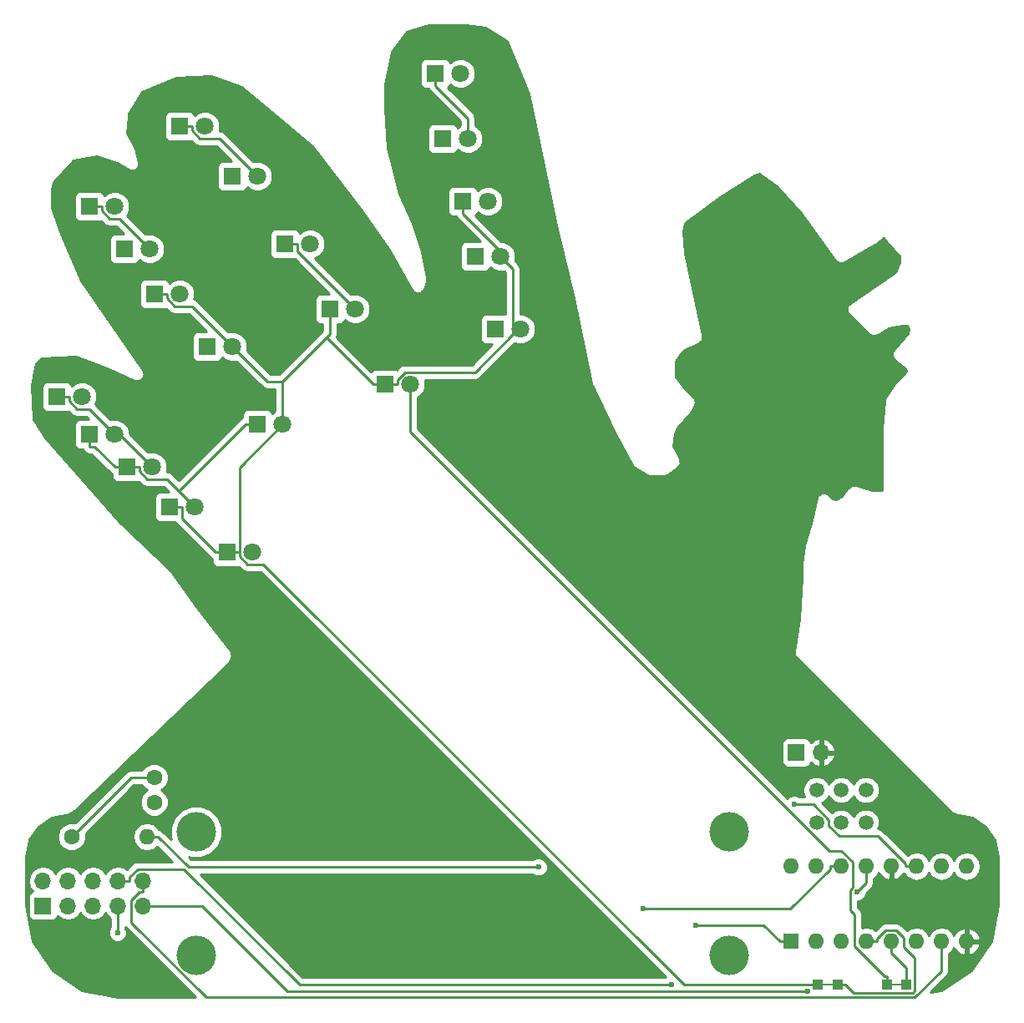
<source format=gbr>
G04 #@! TF.FileFunction,Copper,L1,Top,Signal*
%FSLAX46Y46*%
G04 Gerber Fmt 4.6, Leading zero omitted, Abs format (unit mm)*
G04 Created by KiCad (PCBNEW 4.0.6) date 11/09/17 18:57:56*
%MOMM*%
%LPD*%
G01*
G04 APERTURE LIST*
%ADD10C,0.100000*%
%ADD11C,4.000000*%
%ADD12R,1.800000X1.800000*%
%ADD13C,1.800000*%
%ADD14C,1.600000*%
%ADD15O,1.600000X1.600000*%
%ADD16C,1.500000*%
%ADD17R,1.600000X1.600000*%
%ADD18R,1.700000X1.700000*%
%ADD19O,1.700000X1.700000*%
%ADD20R,1.000000X1.000000*%
%ADD21R,1.000000X0.254000*%
%ADD22C,0.600000*%
%ADD23C,0.250000*%
%ADD24C,0.254000*%
G04 APERTURE END LIST*
D10*
D11*
X172000000Y-145000000D03*
X118000000Y-132500000D03*
X172000000Y-132500000D03*
D12*
X103886000Y-88392000D03*
D13*
X106426000Y-88392000D03*
D12*
X110998000Y-95504000D03*
D13*
X113538000Y-95504000D03*
D12*
X121158000Y-104140000D03*
D13*
X123698000Y-104140000D03*
D12*
X107188000Y-92202000D03*
D13*
X109728000Y-92202000D03*
D12*
X115316000Y-99568000D03*
D13*
X117856000Y-99568000D03*
D12*
X107188000Y-69088000D03*
D13*
X109728000Y-69088000D03*
D12*
X113792000Y-77978000D03*
D13*
X116332000Y-77978000D03*
D12*
X124206000Y-91186000D03*
D13*
X126746000Y-91186000D03*
D12*
X110744000Y-73406000D03*
D13*
X113284000Y-73406000D03*
D12*
X119126000Y-83312000D03*
D13*
X121666000Y-83312000D03*
D12*
X116332000Y-60960000D03*
D13*
X118872000Y-60960000D03*
D12*
X127000000Y-72898000D03*
D13*
X129540000Y-72898000D03*
D12*
X137160000Y-87122000D03*
D13*
X139700000Y-87122000D03*
D12*
X121666000Y-66040000D03*
D13*
X124206000Y-66040000D03*
D12*
X131572000Y-79502000D03*
D13*
X134112000Y-79502000D03*
D12*
X142240000Y-55626000D03*
D13*
X144780000Y-55626000D03*
D12*
X145034000Y-68580000D03*
D13*
X147574000Y-68580000D03*
D12*
X148336000Y-81534000D03*
D13*
X150876000Y-81534000D03*
D12*
X143002000Y-62230000D03*
D13*
X145542000Y-62230000D03*
D12*
X146304000Y-74168000D03*
D13*
X148844000Y-74168000D03*
D14*
X105380000Y-133000000D03*
D15*
X113000000Y-133000000D03*
D16*
X183388000Y-128270000D03*
X185888000Y-128270000D03*
X180888000Y-128270000D03*
X180888000Y-131570000D03*
X183388000Y-131570000D03*
X185888000Y-131570000D03*
D17*
X178300000Y-143620000D03*
D15*
X196080000Y-136000000D03*
X180840000Y-143620000D03*
X193540000Y-136000000D03*
X183380000Y-143620000D03*
X191000000Y-136000000D03*
X185920000Y-143620000D03*
X188460000Y-136000000D03*
X188460000Y-143620000D03*
X185920000Y-136000000D03*
X191000000Y-143620000D03*
X183380000Y-136000000D03*
X193540000Y-143620000D03*
X180840000Y-136000000D03*
X196080000Y-143620000D03*
X178300000Y-136000000D03*
D18*
X178816000Y-124460000D03*
D19*
X181356000Y-124460000D03*
D14*
X113750000Y-129500000D03*
X113750000Y-127000000D03*
D11*
X118000000Y-145000000D03*
D18*
X102460000Y-140000000D03*
D19*
X102460000Y-137460000D03*
X105000000Y-140000000D03*
X105000000Y-137460000D03*
X107540000Y-140000000D03*
X107540000Y-137460000D03*
X110080000Y-140000000D03*
X110080000Y-137460000D03*
X112620000Y-140000000D03*
X112620000Y-137460000D03*
D20*
X183000000Y-148000000D03*
X181000000Y-148000000D03*
D21*
X182000000Y-148000000D03*
D20*
X188000000Y-148000000D03*
X190000000Y-148000000D03*
D21*
X189000000Y-148000000D03*
D22*
X178604300Y-129726100D03*
X166165800Y-147997900D03*
X179985900Y-148643500D03*
X168654900Y-141963600D03*
X184986600Y-138629100D03*
X163262700Y-140312900D03*
X110022900Y-142754100D03*
X152685800Y-136088600D03*
D23*
X189874700Y-135718700D02*
X189874700Y-136000000D01*
X187107700Y-132951700D02*
X189874700Y-135718700D01*
X183202600Y-132951700D02*
X187107700Y-132951700D01*
X182138000Y-131887100D02*
X183202600Y-132951700D01*
X182138000Y-131297200D02*
X182138000Y-131887100D01*
X180566900Y-129726100D02*
X182138000Y-131297200D01*
X178604300Y-129726100D02*
X180566900Y-129726100D01*
X191000000Y-136000000D02*
X189874700Y-136000000D01*
X111380000Y-127000000D02*
X105380000Y-133000000D01*
X113750000Y-127000000D02*
X111380000Y-127000000D01*
X187045300Y-143338600D02*
X187045300Y-143620000D01*
X187889200Y-142494700D02*
X187045300Y-143338600D01*
X188966400Y-142494700D02*
X187889200Y-142494700D01*
X189730000Y-143258300D02*
X188966400Y-142494700D01*
X189730000Y-144150200D02*
X189730000Y-143258300D01*
X190845400Y-145265600D02*
X189730000Y-144150200D01*
X190845400Y-148627200D02*
X190845400Y-145265600D01*
X190647200Y-148825400D02*
X190845400Y-148627200D01*
X184650700Y-148825400D02*
X190647200Y-148825400D01*
X183825300Y-148000000D02*
X184650700Y-148825400D01*
X183000000Y-148000000D02*
X183825300Y-148000000D01*
X185920000Y-143620000D02*
X187045300Y-143620000D01*
X111255300Y-137092600D02*
X111255300Y-137460000D01*
X112063200Y-136284700D02*
X111255300Y-137092600D01*
X116773100Y-136284700D02*
X112063200Y-136284700D01*
X128486300Y-147997900D02*
X116773100Y-136284700D01*
X166165800Y-147997900D02*
X128486300Y-147997900D01*
X110080000Y-137460000D02*
X111255300Y-137460000D01*
X190000000Y-146285300D02*
X188460000Y-144745300D01*
X190000000Y-148000000D02*
X190000000Y-146285300D01*
X188460000Y-143620000D02*
X188460000Y-144745300D01*
X127247600Y-148643500D02*
X179985900Y-148643500D01*
X118604100Y-140000000D02*
X127247600Y-148643500D01*
X113795300Y-140000000D02*
X118604100Y-140000000D01*
X112620000Y-140000000D02*
X113795300Y-140000000D01*
X175518300Y-141963600D02*
X177174700Y-143620000D01*
X168654900Y-141963600D02*
X175518300Y-141963600D01*
X178300000Y-143620000D02*
X177174700Y-143620000D01*
X185920000Y-137695700D02*
X185920000Y-136000000D01*
X184986600Y-138629100D02*
X185920000Y-137695700D01*
X182254700Y-136281300D02*
X182254700Y-136000000D01*
X178223100Y-140312900D02*
X182254700Y-136281300D01*
X163262700Y-140312900D02*
X178223100Y-140312900D01*
X183380000Y-136000000D02*
X182254700Y-136000000D01*
X110080000Y-142697000D02*
X110022900Y-142754100D01*
X110080000Y-140000000D02*
X110080000Y-142697000D01*
X193540000Y-146601600D02*
X193540000Y-143620000D01*
X190854500Y-149287100D02*
X193540000Y-146601600D01*
X118984100Y-149287100D02*
X190854500Y-149287100D01*
X111429400Y-141732400D02*
X118984100Y-149287100D01*
X111429400Y-139458600D02*
X111429400Y-141732400D01*
X112252700Y-138635300D02*
X111429400Y-139458600D01*
X112620000Y-138635300D02*
X112252700Y-138635300D01*
X112620000Y-137460000D02*
X112620000Y-138635300D01*
X117213900Y-136088600D02*
X114125300Y-133000000D01*
X152685800Y-136088600D02*
X117213900Y-136088600D01*
X113000000Y-133000000D02*
X114125300Y-133000000D01*
X113792000Y-77978000D02*
X115017300Y-77978000D01*
X116541300Y-100748600D02*
X116541300Y-99568000D01*
X119932700Y-104140000D02*
X116541300Y-100748600D01*
X115316000Y-99568000D02*
X116541300Y-99568000D01*
X121158000Y-104140000D02*
X119932700Y-104140000D01*
X103886000Y-88392000D02*
X105111300Y-88392000D01*
X110236000Y-92202000D02*
X113538000Y-95504000D01*
X109728000Y-92202000D02*
X110236000Y-92202000D01*
X105111300Y-88851600D02*
X105111300Y-88392000D01*
X105877000Y-89617300D02*
X105111300Y-88851600D01*
X107143300Y-89617300D02*
X105877000Y-89617300D01*
X109728000Y-92202000D02*
X107143300Y-89617300D01*
X115017300Y-78437600D02*
X115017300Y-77978000D01*
X115783000Y-79203300D02*
X115017300Y-78437600D01*
X117557300Y-79203300D02*
X115783000Y-79203300D01*
X121666000Y-83312000D02*
X117557300Y-79203300D01*
X117557300Y-61419600D02*
X117557300Y-60960000D01*
X118323000Y-62185300D02*
X117557300Y-61419600D01*
X120351300Y-62185300D02*
X118323000Y-62185300D01*
X124206000Y-66040000D02*
X120351300Y-62185300D01*
X116332000Y-60960000D02*
X117557300Y-60960000D01*
X131572000Y-79502000D02*
X131572000Y-80727300D01*
X148844000Y-73615300D02*
X145034000Y-69805300D01*
X148844000Y-74168000D02*
X148844000Y-73615300D01*
X145034000Y-68580000D02*
X145034000Y-69805300D01*
X137160000Y-87122000D02*
X135934700Y-87122000D01*
X131205500Y-82392700D02*
X135934700Y-87122000D01*
X131572000Y-82026200D02*
X131205500Y-82392700D01*
X131572000Y-80727300D02*
X131572000Y-82026200D01*
X137160000Y-87122000D02*
X138385300Y-87122000D01*
X150876000Y-81534000D02*
X150106100Y-81534000D01*
X150106100Y-82039200D02*
X150106100Y-81534000D01*
X146248600Y-85896700D02*
X150106100Y-82039200D01*
X139151000Y-85896700D02*
X146248600Y-85896700D01*
X138385300Y-86662400D02*
X139151000Y-85896700D01*
X138385300Y-87122000D02*
X138385300Y-86662400D01*
X150106100Y-75430100D02*
X148844000Y-74168000D01*
X150106100Y-81534000D02*
X150106100Y-75430100D01*
X122383300Y-104599600D02*
X122383300Y-104140000D01*
X123149000Y-105365300D02*
X122383300Y-104599600D01*
X124809600Y-105365300D02*
X123149000Y-105365300D01*
X167444300Y-148000000D02*
X124809600Y-105365300D01*
X181000000Y-148000000D02*
X167444300Y-148000000D01*
X121158000Y-104140000D02*
X122383300Y-104140000D01*
X131205500Y-82392700D02*
X126746000Y-86852200D01*
X125206200Y-86852200D02*
X121666000Y-83312000D01*
X126746000Y-86852200D02*
X125206200Y-86852200D01*
X126746000Y-86852200D02*
X126746000Y-91186000D01*
X122383300Y-95548700D02*
X122383300Y-104140000D01*
X126746000Y-91186000D02*
X122383300Y-95548700D01*
X145542000Y-60153300D02*
X142240000Y-56851300D01*
X145542000Y-62230000D02*
X145542000Y-60153300D01*
X142240000Y-55626000D02*
X142240000Y-56851300D01*
X110191300Y-70313300D02*
X113284000Y-73406000D01*
X109179000Y-70313300D02*
X110191300Y-70313300D01*
X108413300Y-69547600D02*
X109179000Y-70313300D01*
X108413300Y-69088000D02*
X108413300Y-69547600D01*
X107188000Y-69088000D02*
X108413300Y-69088000D01*
X107696000Y-93427300D02*
X107188000Y-93427300D01*
X109772700Y-95504000D02*
X107696000Y-93427300D01*
X110998000Y-95504000D02*
X109772700Y-95504000D01*
X107188000Y-92202000D02*
X107188000Y-93427300D01*
X128225300Y-73615300D02*
X134112000Y-79502000D01*
X128225300Y-72898000D02*
X128225300Y-73615300D01*
X127000000Y-72898000D02*
X128225300Y-72898000D01*
X188000000Y-148000000D02*
X188000000Y-147174700D01*
X110998000Y-95504000D02*
X112223300Y-95504000D01*
X124206000Y-91186000D02*
X122980700Y-91186000D01*
X122980700Y-91186000D02*
X116227400Y-97939300D01*
X117856000Y-99568000D02*
X116227400Y-97939300D01*
X112223300Y-95963600D02*
X112223300Y-95504000D01*
X112989000Y-96729300D02*
X112223300Y-95963600D01*
X115017300Y-96729300D02*
X112989000Y-96729300D01*
X116227400Y-97939300D02*
X115017300Y-96729300D01*
X187793700Y-147174700D02*
X188000000Y-147174700D01*
X184739100Y-144120100D02*
X187793700Y-147174700D01*
X184739100Y-140900500D02*
X184739100Y-144120100D01*
X184329400Y-140490800D02*
X184739100Y-140900500D01*
X184329400Y-138402000D02*
X184329400Y-140490800D01*
X184537200Y-138194200D02*
X184329400Y-138402000D01*
X184537200Y-135554200D02*
X184537200Y-138194200D01*
X183407300Y-134424300D02*
X184537200Y-135554200D01*
X182202300Y-134424300D02*
X183407300Y-134424300D01*
X139700000Y-91922000D02*
X182202300Y-134424300D01*
X139700000Y-87122000D02*
X139700000Y-91922000D01*
D24*
G36*
X147341582Y-50980545D02*
X149546257Y-52303349D01*
X151718103Y-57612306D01*
X154498815Y-71010284D01*
X154503352Y-71020984D01*
X154503822Y-71032595D01*
X156278998Y-78386896D01*
X158054586Y-87011174D01*
X158087642Y-87089490D01*
X158108346Y-87171941D01*
X160394346Y-91997941D01*
X160405420Y-92012854D01*
X160410866Y-92030611D01*
X162188865Y-95332611D01*
X162221583Y-95372230D01*
X162243529Y-95418685D01*
X162308990Y-95478070D01*
X162365267Y-95546216D01*
X162410652Y-95570296D01*
X162448708Y-95604820D01*
X163718708Y-96366820D01*
X163768404Y-96384627D01*
X163812295Y-96413954D01*
X163897611Y-96430925D01*
X163979500Y-96460267D01*
X164032225Y-96457701D01*
X164084000Y-96468000D01*
X165354000Y-96468000D01*
X165441318Y-96450631D01*
X165530208Y-96445786D01*
X165575949Y-96423851D01*
X165625705Y-96413954D01*
X165699727Y-96364494D01*
X165780000Y-96326000D01*
X166796000Y-95564000D01*
X166846551Y-95507620D01*
X166906372Y-95461193D01*
X166938130Y-95405482D01*
X166980936Y-95357740D01*
X167006063Y-95286311D01*
X167043565Y-95220522D01*
X167051585Y-95156900D01*
X167072864Y-95096409D01*
X167068742Y-95020796D01*
X167078213Y-94945669D01*
X167061276Y-94883822D01*
X167057786Y-94819792D01*
X167025044Y-94751514D01*
X167005043Y-94678478D01*
X166751045Y-94170481D01*
X166751044Y-94170479D01*
X166346296Y-93360985D01*
X166553182Y-92119671D01*
X166745584Y-91542465D01*
X168179072Y-89870062D01*
X168221709Y-89794242D01*
X168275043Y-89725522D01*
X168529043Y-89217522D01*
X168535781Y-89192916D01*
X168549954Y-89171705D01*
X168572156Y-89060087D01*
X168602213Y-88950331D01*
X168599023Y-88925023D01*
X168604000Y-88900000D01*
X168581798Y-88788383D01*
X168567565Y-88675478D01*
X168554931Y-88653314D01*
X168549954Y-88628295D01*
X168486730Y-88533673D01*
X168430372Y-88434807D01*
X168410220Y-88419167D01*
X168396046Y-88397954D01*
X167407849Y-87409757D01*
X166572000Y-86364946D01*
X166572000Y-84796971D01*
X166921758Y-84272334D01*
X167552576Y-83641516D01*
X168973522Y-82931043D01*
X169012530Y-82900769D01*
X169057904Y-82881297D01*
X169120986Y-82816596D01*
X169192372Y-82761193D01*
X169216825Y-82718297D01*
X169251295Y-82682942D01*
X169284814Y-82599028D01*
X169329566Y-82520522D01*
X169335742Y-82471530D01*
X169354057Y-82425678D01*
X169352912Y-82335321D01*
X169364213Y-82245669D01*
X169351172Y-82198047D01*
X169350546Y-82148672D01*
X167579797Y-73800857D01*
X167341830Y-71659152D01*
X167520153Y-70767539D01*
X171090282Y-68149445D01*
X174529606Y-65938450D01*
X175104351Y-65794763D01*
X176812027Y-67075520D01*
X179282074Y-69792572D01*
X182816410Y-74589171D01*
X182891216Y-74657396D01*
X182958305Y-74733209D01*
X182992766Y-74750012D01*
X183021095Y-74775849D01*
X183116312Y-74810253D01*
X183207310Y-74854623D01*
X183245579Y-74856959D01*
X183281638Y-74869988D01*
X183382770Y-74865335D01*
X183483823Y-74871504D01*
X183520074Y-74859017D01*
X183558373Y-74857255D01*
X183650024Y-74814256D01*
X183745748Y-74781283D01*
X186793749Y-73003283D01*
X186833003Y-72968546D01*
X186879533Y-72944417D01*
X187653307Y-72325399D01*
X187946676Y-72618768D01*
X189282000Y-74176646D01*
X189282000Y-74793267D01*
X188902042Y-75743162D01*
X187302638Y-76885594D01*
X184264163Y-78911244D01*
X184214404Y-78960899D01*
X184155954Y-78999954D01*
X184117307Y-79057794D01*
X184068070Y-79106928D01*
X184041100Y-79171846D01*
X184002046Y-79230295D01*
X183988476Y-79298515D01*
X183961787Y-79362757D01*
X183961714Y-79433057D01*
X183948000Y-79502000D01*
X183961571Y-79570223D01*
X183961498Y-79639786D01*
X183988332Y-79704762D01*
X184002046Y-79773705D01*
X184040690Y-79831541D01*
X184067244Y-79895837D01*
X184116899Y-79945596D01*
X184155954Y-80004046D01*
X186187954Y-82036046D01*
X186231847Y-82065374D01*
X186267315Y-82104471D01*
X186345968Y-82141627D01*
X186418295Y-82189954D01*
X186470069Y-82200253D01*
X186517800Y-82222801D01*
X186604683Y-82227029D01*
X186690000Y-82244000D01*
X186741776Y-82233701D01*
X186794500Y-82236267D01*
X186876389Y-82206925D01*
X186961705Y-82189954D01*
X187005596Y-82160627D01*
X187055292Y-82142820D01*
X188209695Y-81450178D01*
X189542764Y-81228000D01*
X190078392Y-81228000D01*
X190173435Y-81275521D01*
X190259594Y-81534000D01*
X190124416Y-81939536D01*
X188690928Y-83611938D01*
X188636142Y-83709361D01*
X188574046Y-83802295D01*
X188568663Y-83829355D01*
X188555139Y-83853405D01*
X188541805Y-83964379D01*
X188520000Y-84074000D01*
X188525383Y-84101060D01*
X188522091Y-84128455D01*
X188552241Y-84236086D01*
X188574046Y-84345705D01*
X188589375Y-84368646D01*
X188596817Y-84395214D01*
X188665856Y-84483109D01*
X188727954Y-84576046D01*
X189235954Y-85084045D01*
X189294402Y-85123099D01*
X189344163Y-85172756D01*
X189903470Y-85545627D01*
X189987435Y-85797522D01*
X189916484Y-85939424D01*
X188981954Y-86873954D01*
X188942899Y-86932404D01*
X188893244Y-86982163D01*
X187877244Y-88506163D01*
X187862922Y-88540843D01*
X187839339Y-88570023D01*
X187810452Y-88667891D01*
X187771498Y-88762214D01*
X187771537Y-88799735D01*
X187760916Y-88835719D01*
X187506916Y-91629720D01*
X187510349Y-91662081D01*
X187504000Y-91694000D01*
X187504000Y-97842000D01*
X186535439Y-97842000D01*
X184853052Y-97361318D01*
X184843157Y-97360505D01*
X184834208Y-97356214D01*
X184705476Y-97349197D01*
X184576954Y-97338641D01*
X184567503Y-97341676D01*
X184557591Y-97341136D01*
X184435981Y-97383915D01*
X184313193Y-97423348D01*
X184305620Y-97429771D01*
X184296260Y-97433064D01*
X184200266Y-97519134D01*
X184101928Y-97602545D01*
X184097393Y-97611372D01*
X184090000Y-97618000D01*
X183428565Y-98499913D01*
X182825522Y-98801435D01*
X182501528Y-98693437D01*
X182112046Y-98303954D01*
X182060430Y-98269465D01*
X182017531Y-98224608D01*
X181946369Y-98193253D01*
X181881705Y-98150046D01*
X181820826Y-98137936D01*
X181764021Y-98112907D01*
X181686272Y-98111172D01*
X181610000Y-98096000D01*
X181549119Y-98108110D01*
X181487061Y-98106725D01*
X181414566Y-98134875D01*
X181338295Y-98150046D01*
X181286685Y-98184530D01*
X181228818Y-98207000D01*
X181172614Y-98260750D01*
X181107954Y-98303954D01*
X181073467Y-98355568D01*
X181028607Y-98398469D01*
X180997251Y-98469634D01*
X180954046Y-98534295D01*
X180941936Y-98595174D01*
X180916907Y-98651980D01*
X180414515Y-100912743D01*
X179659943Y-103427983D01*
X179654868Y-103481182D01*
X179637136Y-103531591D01*
X179383136Y-105309591D01*
X179385897Y-105360245D01*
X179376000Y-105410000D01*
X179376000Y-106659133D01*
X179125184Y-110923010D01*
X178622256Y-114192039D01*
X178624638Y-114246518D01*
X178614000Y-114300000D01*
X178630634Y-114383625D01*
X178634359Y-114468803D01*
X178657408Y-114518223D01*
X178668046Y-114571705D01*
X178715413Y-114642596D01*
X178751452Y-114719868D01*
X178791659Y-114756706D01*
X178821954Y-114802046D01*
X179583954Y-115564046D01*
X194497550Y-130501642D01*
X194555901Y-130540699D01*
X194605546Y-130590343D01*
X194669889Y-130616995D01*
X194727767Y-130655735D01*
X194796616Y-130669488D01*
X194861486Y-130696358D01*
X196636390Y-131049408D01*
X198023654Y-131976349D01*
X198950592Y-133363610D01*
X199290000Y-135069931D01*
X199290000Y-139930069D01*
X198569989Y-143549807D01*
X196559187Y-146559186D01*
X193549805Y-148569990D01*
X192422097Y-148794305D01*
X194077401Y-147139001D01*
X194242148Y-146892439D01*
X194300000Y-146601600D01*
X194300000Y-144832995D01*
X194554698Y-144662811D01*
X194824986Y-144258297D01*
X194927611Y-144475134D01*
X195342577Y-144851041D01*
X195730961Y-145011904D01*
X195953000Y-144889915D01*
X195953000Y-143747000D01*
X196207000Y-143747000D01*
X196207000Y-144889915D01*
X196429039Y-145011904D01*
X196817423Y-144851041D01*
X197232389Y-144475134D01*
X197471914Y-143969041D01*
X197350629Y-143747000D01*
X196207000Y-143747000D01*
X195953000Y-143747000D01*
X195933000Y-143747000D01*
X195933000Y-143493000D01*
X195953000Y-143493000D01*
X195953000Y-142350085D01*
X196207000Y-142350085D01*
X196207000Y-143493000D01*
X197350629Y-143493000D01*
X197471914Y-143270959D01*
X197232389Y-142764866D01*
X196817423Y-142388959D01*
X196429039Y-142228096D01*
X196207000Y-142350085D01*
X195953000Y-142350085D01*
X195730961Y-142228096D01*
X195342577Y-142388959D01*
X194927611Y-142764866D01*
X194824986Y-142981703D01*
X194554698Y-142577189D01*
X194089151Y-142266120D01*
X193540000Y-142156887D01*
X192990849Y-142266120D01*
X192525302Y-142577189D01*
X192270000Y-142959275D01*
X192014698Y-142577189D01*
X191549151Y-142266120D01*
X191000000Y-142156887D01*
X190450849Y-142266120D01*
X190068260Y-142521758D01*
X189503801Y-141957299D01*
X189257239Y-141792552D01*
X188966400Y-141734700D01*
X187889200Y-141734700D01*
X187598361Y-141792552D01*
X187351799Y-141957299D01*
X186813135Y-142495963D01*
X186469151Y-142266120D01*
X185920000Y-142156887D01*
X185499100Y-142240609D01*
X185499100Y-140900500D01*
X185459645Y-140702148D01*
X185441248Y-140609660D01*
X185276501Y-140363099D01*
X185089400Y-140175998D01*
X185089400Y-139564190D01*
X185171767Y-139564262D01*
X185515543Y-139422217D01*
X185778792Y-139159427D01*
X185921438Y-138815899D01*
X185921479Y-138769023D01*
X186457401Y-138233101D01*
X186622148Y-137986539D01*
X186680000Y-137695700D01*
X186680000Y-137212995D01*
X186934698Y-137042811D01*
X187204986Y-136638297D01*
X187307611Y-136855134D01*
X187722577Y-137231041D01*
X188110961Y-137391904D01*
X188333000Y-137269915D01*
X188333000Y-136127000D01*
X188313000Y-136127000D01*
X188313000Y-135873000D01*
X188333000Y-135873000D01*
X188333000Y-135853000D01*
X188587000Y-135853000D01*
X188587000Y-135873000D01*
X188607000Y-135873000D01*
X188607000Y-136127000D01*
X188587000Y-136127000D01*
X188587000Y-137269915D01*
X188809039Y-137391904D01*
X189197423Y-137231041D01*
X189612389Y-136855134D01*
X189676110Y-136720498D01*
X189784321Y-136742022D01*
X189985302Y-137042811D01*
X190450849Y-137353880D01*
X191000000Y-137463113D01*
X191549151Y-137353880D01*
X192014698Y-137042811D01*
X192270000Y-136660725D01*
X192525302Y-137042811D01*
X192990849Y-137353880D01*
X193540000Y-137463113D01*
X194089151Y-137353880D01*
X194554698Y-137042811D01*
X194810000Y-136660725D01*
X195065302Y-137042811D01*
X195530849Y-137353880D01*
X196080000Y-137463113D01*
X196629151Y-137353880D01*
X197094698Y-137042811D01*
X197405767Y-136577264D01*
X197515000Y-136028113D01*
X197515000Y-135971887D01*
X197405767Y-135422736D01*
X197094698Y-134957189D01*
X196629151Y-134646120D01*
X196080000Y-134536887D01*
X195530849Y-134646120D01*
X195065302Y-134957189D01*
X194810000Y-135339275D01*
X194554698Y-134957189D01*
X194089151Y-134646120D01*
X193540000Y-134536887D01*
X192990849Y-134646120D01*
X192525302Y-134957189D01*
X192270000Y-135339275D01*
X192014698Y-134957189D01*
X191549151Y-134646120D01*
X191000000Y-134536887D01*
X190450849Y-134646120D01*
X190106805Y-134876003D01*
X187645101Y-132414299D01*
X187398539Y-132249552D01*
X187127840Y-132195706D01*
X187272759Y-131846702D01*
X187273240Y-131295715D01*
X187062831Y-130786485D01*
X186673564Y-130396539D01*
X186164702Y-130185241D01*
X185613715Y-130184760D01*
X185104485Y-130395169D01*
X184714539Y-130784436D01*
X184638073Y-130968586D01*
X184562831Y-130786485D01*
X184173564Y-130396539D01*
X183664702Y-130185241D01*
X183113715Y-130184760D01*
X182604485Y-130395169D01*
X182457500Y-130541898D01*
X181451388Y-129535786D01*
X181671515Y-129444831D01*
X182061461Y-129055564D01*
X182137927Y-128871414D01*
X182213169Y-129053515D01*
X182602436Y-129443461D01*
X183111298Y-129654759D01*
X183662285Y-129655240D01*
X184171515Y-129444831D01*
X184561461Y-129055564D01*
X184637927Y-128871414D01*
X184713169Y-129053515D01*
X185102436Y-129443461D01*
X185611298Y-129654759D01*
X186162285Y-129655240D01*
X186671515Y-129444831D01*
X187061461Y-129055564D01*
X187272759Y-128546702D01*
X187273240Y-127995715D01*
X187062831Y-127486485D01*
X186673564Y-127096539D01*
X186164702Y-126885241D01*
X185613715Y-126884760D01*
X185104485Y-127095169D01*
X184714539Y-127484436D01*
X184638073Y-127668586D01*
X184562831Y-127486485D01*
X184173564Y-127096539D01*
X183664702Y-126885241D01*
X183113715Y-126884760D01*
X182604485Y-127095169D01*
X182214539Y-127484436D01*
X182138073Y-127668586D01*
X182062831Y-127486485D01*
X181673564Y-127096539D01*
X181164702Y-126885241D01*
X180613715Y-126884760D01*
X180104485Y-127095169D01*
X179714539Y-127484436D01*
X179503241Y-127993298D01*
X179502760Y-128544285D01*
X179677050Y-128966100D01*
X179166763Y-128966100D01*
X179134627Y-128933908D01*
X178791099Y-128791262D01*
X178419133Y-128790938D01*
X178075357Y-128932983D01*
X177930445Y-129077643D01*
X172462802Y-123610000D01*
X177318560Y-123610000D01*
X177318560Y-125310000D01*
X177362838Y-125545317D01*
X177501910Y-125761441D01*
X177714110Y-125906431D01*
X177966000Y-125957440D01*
X179666000Y-125957440D01*
X179901317Y-125913162D01*
X180117441Y-125774090D01*
X180262431Y-125561890D01*
X180284301Y-125453893D01*
X180589076Y-125731645D01*
X180999110Y-125901476D01*
X181229000Y-125780155D01*
X181229000Y-124587000D01*
X181483000Y-124587000D01*
X181483000Y-125780155D01*
X181712890Y-125901476D01*
X182122924Y-125731645D01*
X182551183Y-125341358D01*
X182797486Y-124816892D01*
X182676819Y-124587000D01*
X181483000Y-124587000D01*
X181229000Y-124587000D01*
X181209000Y-124587000D01*
X181209000Y-124333000D01*
X181229000Y-124333000D01*
X181229000Y-123139845D01*
X181483000Y-123139845D01*
X181483000Y-124333000D01*
X182676819Y-124333000D01*
X182797486Y-124103108D01*
X182551183Y-123578642D01*
X182122924Y-123188355D01*
X181712890Y-123018524D01*
X181483000Y-123139845D01*
X181229000Y-123139845D01*
X180999110Y-123018524D01*
X180589076Y-123188355D01*
X180286063Y-123464501D01*
X180269162Y-123374683D01*
X180130090Y-123158559D01*
X179917890Y-123013569D01*
X179666000Y-122962560D01*
X177966000Y-122962560D01*
X177730683Y-123006838D01*
X177514559Y-123145910D01*
X177369569Y-123358110D01*
X177318560Y-123610000D01*
X172462802Y-123610000D01*
X140460000Y-91607198D01*
X140460000Y-88468846D01*
X140568371Y-88424068D01*
X141000551Y-87992643D01*
X141234733Y-87428670D01*
X141235265Y-86818009D01*
X141168613Y-86656700D01*
X146248600Y-86656700D01*
X146539439Y-86598848D01*
X146786001Y-86434101D01*
X150274000Y-82946102D01*
X150569330Y-83068733D01*
X151179991Y-83069265D01*
X151744371Y-82836068D01*
X152176551Y-82404643D01*
X152410733Y-81840670D01*
X152411265Y-81230009D01*
X152178068Y-80665629D01*
X151746643Y-80233449D01*
X151182670Y-79999267D01*
X150866100Y-79998991D01*
X150866100Y-75430100D01*
X150808248Y-75139261D01*
X150643501Y-74892699D01*
X150333766Y-74582964D01*
X150378733Y-74474670D01*
X150379265Y-73864009D01*
X150146068Y-73299629D01*
X149714643Y-72867449D01*
X149150670Y-72633267D01*
X148936582Y-72633080D01*
X146301565Y-69998063D01*
X146385441Y-69944090D01*
X146530431Y-69731890D01*
X146534567Y-69711466D01*
X146703357Y-69880551D01*
X147267330Y-70114733D01*
X147877991Y-70115265D01*
X148442371Y-69882068D01*
X148874551Y-69450643D01*
X149108733Y-68886670D01*
X149109265Y-68276009D01*
X148876068Y-67711629D01*
X148444643Y-67279449D01*
X147880670Y-67045267D01*
X147270009Y-67044735D01*
X146705629Y-67277932D01*
X146537387Y-67445880D01*
X146537162Y-67444683D01*
X146398090Y-67228559D01*
X146185890Y-67083569D01*
X145934000Y-67032560D01*
X144134000Y-67032560D01*
X143898683Y-67076838D01*
X143682559Y-67215910D01*
X143537569Y-67428110D01*
X143486560Y-67680000D01*
X143486560Y-69480000D01*
X143530838Y-69715317D01*
X143669910Y-69931441D01*
X143882110Y-70076431D01*
X144134000Y-70127440D01*
X144352767Y-70127440D01*
X144496599Y-70342701D01*
X146774458Y-72620560D01*
X145404000Y-72620560D01*
X145168683Y-72664838D01*
X144952559Y-72803910D01*
X144807569Y-73016110D01*
X144756560Y-73268000D01*
X144756560Y-75068000D01*
X144800838Y-75303317D01*
X144939910Y-75519441D01*
X145152110Y-75664431D01*
X145404000Y-75715440D01*
X147204000Y-75715440D01*
X147439317Y-75671162D01*
X147655441Y-75532090D01*
X147800431Y-75319890D01*
X147804567Y-75299466D01*
X147973357Y-75468551D01*
X148537330Y-75702733D01*
X149147991Y-75703265D01*
X149258713Y-75657515D01*
X149346100Y-75744902D01*
X149346100Y-80008856D01*
X149236000Y-79986560D01*
X147436000Y-79986560D01*
X147200683Y-80030838D01*
X146984559Y-80169910D01*
X146839569Y-80382110D01*
X146788560Y-80634000D01*
X146788560Y-82434000D01*
X146832838Y-82669317D01*
X146971910Y-82885441D01*
X147184110Y-83030431D01*
X147436000Y-83081440D01*
X147989058Y-83081440D01*
X145933798Y-85136700D01*
X139151000Y-85136700D01*
X138860160Y-85194552D01*
X138613599Y-85359299D01*
X138332944Y-85639954D01*
X138311890Y-85625569D01*
X138060000Y-85574560D01*
X136260000Y-85574560D01*
X136024683Y-85618838D01*
X135808559Y-85757910D01*
X135742341Y-85854823D01*
X132246304Y-82358712D01*
X132274148Y-82317040D01*
X132332000Y-82026200D01*
X132332000Y-81049440D01*
X132472000Y-81049440D01*
X132707317Y-81005162D01*
X132923441Y-80866090D01*
X133068431Y-80653890D01*
X133072567Y-80633466D01*
X133241357Y-80802551D01*
X133805330Y-81036733D01*
X134415991Y-81037265D01*
X134980371Y-80804068D01*
X135412551Y-80372643D01*
X135646733Y-79808670D01*
X135647265Y-79198009D01*
X135414068Y-78633629D01*
X134982643Y-78201449D01*
X134418670Y-77967267D01*
X133808009Y-77966735D01*
X133697287Y-78012485D01*
X130037932Y-74353130D01*
X130408371Y-74200068D01*
X130840551Y-73768643D01*
X131074733Y-73204670D01*
X131075265Y-72594009D01*
X130842068Y-72029629D01*
X130410643Y-71597449D01*
X129846670Y-71363267D01*
X129236009Y-71362735D01*
X128671629Y-71595932D01*
X128503387Y-71763880D01*
X128503162Y-71762683D01*
X128364090Y-71546559D01*
X128151890Y-71401569D01*
X127900000Y-71350560D01*
X126100000Y-71350560D01*
X125864683Y-71394838D01*
X125648559Y-71533910D01*
X125503569Y-71746110D01*
X125452560Y-71998000D01*
X125452560Y-73798000D01*
X125496838Y-74033317D01*
X125635910Y-74249441D01*
X125848110Y-74394431D01*
X126100000Y-74445440D01*
X127900000Y-74445440D01*
X127967868Y-74432670D01*
X131489758Y-77954560D01*
X130672000Y-77954560D01*
X130436683Y-77998838D01*
X130220559Y-78137910D01*
X130075569Y-78350110D01*
X130024560Y-78602000D01*
X130024560Y-80402000D01*
X130068838Y-80637317D01*
X130207910Y-80853441D01*
X130420110Y-80998431D01*
X130672000Y-81049440D01*
X130812000Y-81049440D01*
X130812000Y-81711398D01*
X126431198Y-86092200D01*
X125521002Y-86092200D01*
X123155766Y-83726964D01*
X123200733Y-83618670D01*
X123201265Y-83008009D01*
X122968068Y-82443629D01*
X122536643Y-82011449D01*
X121972670Y-81777267D01*
X121362009Y-81776735D01*
X121251287Y-81822485D01*
X118094701Y-78665899D01*
X117848139Y-78501152D01*
X117782281Y-78488052D01*
X117866733Y-78284670D01*
X117867265Y-77674009D01*
X117634068Y-77109629D01*
X117202643Y-76677449D01*
X116638670Y-76443267D01*
X116028009Y-76442735D01*
X115463629Y-76675932D01*
X115295387Y-76843880D01*
X115295162Y-76842683D01*
X115156090Y-76626559D01*
X114943890Y-76481569D01*
X114692000Y-76430560D01*
X112892000Y-76430560D01*
X112656683Y-76474838D01*
X112440559Y-76613910D01*
X112295569Y-76826110D01*
X112244560Y-77078000D01*
X112244560Y-78878000D01*
X112288838Y-79113317D01*
X112427910Y-79329441D01*
X112640110Y-79474431D01*
X112892000Y-79525440D01*
X114692000Y-79525440D01*
X114927317Y-79481162D01*
X114963060Y-79458162D01*
X115245599Y-79740701D01*
X115492160Y-79905448D01*
X115783000Y-79963300D01*
X117242498Y-79963300D01*
X119043758Y-81764560D01*
X118226000Y-81764560D01*
X117990683Y-81808838D01*
X117774559Y-81947910D01*
X117629569Y-82160110D01*
X117578560Y-82412000D01*
X117578560Y-84212000D01*
X117622838Y-84447317D01*
X117761910Y-84663441D01*
X117974110Y-84808431D01*
X118226000Y-84859440D01*
X120026000Y-84859440D01*
X120261317Y-84815162D01*
X120477441Y-84676090D01*
X120622431Y-84463890D01*
X120626567Y-84443466D01*
X120795357Y-84612551D01*
X121359330Y-84846733D01*
X121969991Y-84847265D01*
X122080713Y-84801515D01*
X124668799Y-87389601D01*
X124915361Y-87554348D01*
X125206200Y-87612200D01*
X125986000Y-87612200D01*
X125986000Y-89839154D01*
X125877629Y-89883932D01*
X125709387Y-90051880D01*
X125709162Y-90050683D01*
X125570090Y-89834559D01*
X125357890Y-89689569D01*
X125106000Y-89638560D01*
X123306000Y-89638560D01*
X123070683Y-89682838D01*
X122854559Y-89821910D01*
X122709569Y-90034110D01*
X122658560Y-90286000D01*
X122658560Y-90504766D01*
X122443299Y-90648599D01*
X116227378Y-96864520D01*
X115554679Y-96191877D01*
X115432041Y-96109941D01*
X115308139Y-96027152D01*
X115308123Y-96027149D01*
X115308110Y-96027140D01*
X115161925Y-95998068D01*
X115017300Y-95969300D01*
X115006864Y-95969300D01*
X115072733Y-95810670D01*
X115073265Y-95200009D01*
X114840068Y-94635629D01*
X114408643Y-94203449D01*
X113844670Y-93969267D01*
X113234009Y-93968735D01*
X113123287Y-94014485D01*
X111263042Y-92154240D01*
X111263265Y-91898009D01*
X111030068Y-91333629D01*
X110598643Y-90901449D01*
X110034670Y-90667267D01*
X109424009Y-90666735D01*
X109313287Y-90712485D01*
X107766716Y-89165914D01*
X107960733Y-88698670D01*
X107961265Y-88088009D01*
X107728068Y-87523629D01*
X107296643Y-87091449D01*
X106732670Y-86857267D01*
X106122009Y-86856735D01*
X105557629Y-87089932D01*
X105389387Y-87257880D01*
X105389162Y-87256683D01*
X105250090Y-87040559D01*
X105037890Y-86895569D01*
X104786000Y-86844560D01*
X102986000Y-86844560D01*
X102750683Y-86888838D01*
X102534559Y-87027910D01*
X102389569Y-87240110D01*
X102338560Y-87492000D01*
X102338560Y-89292000D01*
X102382838Y-89527317D01*
X102521910Y-89743441D01*
X102734110Y-89888431D01*
X102986000Y-89939440D01*
X104786000Y-89939440D01*
X105021317Y-89895162D01*
X105057060Y-89872162D01*
X105339599Y-90154701D01*
X105586160Y-90319448D01*
X105877000Y-90377300D01*
X106828498Y-90377300D01*
X107105758Y-90654560D01*
X106288000Y-90654560D01*
X106052683Y-90698838D01*
X105836559Y-90837910D01*
X105691569Y-91050110D01*
X105640560Y-91302000D01*
X105640560Y-93102000D01*
X105684838Y-93337317D01*
X105823910Y-93553441D01*
X106036110Y-93698431D01*
X106288000Y-93749440D01*
X106506767Y-93749440D01*
X106650599Y-93964701D01*
X106897161Y-94129448D01*
X107188000Y-94187300D01*
X107381198Y-94187300D01*
X109235299Y-96041401D01*
X109450560Y-96185234D01*
X109450560Y-96404000D01*
X109494838Y-96639317D01*
X109633910Y-96855441D01*
X109846110Y-97000431D01*
X110098000Y-97051440D01*
X111898000Y-97051440D01*
X112133317Y-97007162D01*
X112169060Y-96984162D01*
X112451599Y-97266701D01*
X112698160Y-97431448D01*
X112989000Y-97489300D01*
X114702516Y-97489300D01*
X115233820Y-98020560D01*
X114416000Y-98020560D01*
X114180683Y-98064838D01*
X113964559Y-98203910D01*
X113819569Y-98416110D01*
X113768560Y-98668000D01*
X113768560Y-100468000D01*
X113812838Y-100703317D01*
X113951910Y-100919441D01*
X114164110Y-101064431D01*
X114416000Y-101115440D01*
X115889934Y-101115440D01*
X116003899Y-101286001D01*
X119395299Y-104677401D01*
X119610560Y-104821233D01*
X119610560Y-105040000D01*
X119654838Y-105275317D01*
X119793910Y-105491441D01*
X120006110Y-105636431D01*
X120258000Y-105687440D01*
X122058000Y-105687440D01*
X122293317Y-105643162D01*
X122329060Y-105620162D01*
X122611599Y-105902701D01*
X122858160Y-106067448D01*
X123149000Y-106125300D01*
X124494798Y-106125300D01*
X165605542Y-147236044D01*
X165603682Y-147237900D01*
X128801102Y-147237900D01*
X118411802Y-136848600D01*
X152123337Y-136848600D01*
X152155473Y-136880792D01*
X152499001Y-137023438D01*
X152870967Y-137023762D01*
X153214743Y-136881717D01*
X153477992Y-136618927D01*
X153620638Y-136275399D01*
X153620962Y-135903433D01*
X153478917Y-135559657D01*
X153216127Y-135296408D01*
X152872599Y-135153762D01*
X152500633Y-135153438D01*
X152156857Y-135295483D01*
X152123682Y-135328600D01*
X117528702Y-135328600D01*
X117235996Y-135035894D01*
X117473567Y-135134542D01*
X118521834Y-135135457D01*
X119490658Y-134735147D01*
X120232542Y-133994557D01*
X120634542Y-133026433D01*
X120635457Y-131978166D01*
X120235147Y-131009342D01*
X119494557Y-130267458D01*
X118526433Y-129865458D01*
X117478166Y-129864543D01*
X116509342Y-130264853D01*
X115767458Y-131005443D01*
X115365458Y-131973567D01*
X115364543Y-133021834D01*
X115464957Y-133264855D01*
X114662701Y-132462599D01*
X114416139Y-132297852D01*
X114226437Y-132260118D01*
X114042811Y-131985302D01*
X113577264Y-131674233D01*
X113028113Y-131565000D01*
X112971887Y-131565000D01*
X112422736Y-131674233D01*
X111957189Y-131985302D01*
X111646120Y-132450849D01*
X111536887Y-133000000D01*
X111646120Y-133549151D01*
X111957189Y-134014698D01*
X112422736Y-134325767D01*
X112971887Y-134435000D01*
X113028113Y-134435000D01*
X113577264Y-134325767D01*
X114042811Y-134014698D01*
X114051777Y-134001279D01*
X115575198Y-135524700D01*
X112063200Y-135524700D01*
X111772361Y-135582552D01*
X111525799Y-135747299D01*
X110987498Y-136285600D01*
X110648285Y-136058946D01*
X110080000Y-135945907D01*
X109511715Y-136058946D01*
X109029946Y-136380853D01*
X108810000Y-136710026D01*
X108590054Y-136380853D01*
X108108285Y-136058946D01*
X107540000Y-135945907D01*
X106971715Y-136058946D01*
X106489946Y-136380853D01*
X106270000Y-136710026D01*
X106050054Y-136380853D01*
X105568285Y-136058946D01*
X105000000Y-135945907D01*
X104431715Y-136058946D01*
X103949946Y-136380853D01*
X103730000Y-136710026D01*
X103510054Y-136380853D01*
X103028285Y-136058946D01*
X102460000Y-135945907D01*
X101891715Y-136058946D01*
X101409946Y-136380853D01*
X101088039Y-136862622D01*
X100975000Y-137430907D01*
X100975000Y-137489093D01*
X101088039Y-138057378D01*
X101409946Y-138539147D01*
X101411179Y-138539971D01*
X101374683Y-138546838D01*
X101158559Y-138685910D01*
X101013569Y-138898110D01*
X100962560Y-139150000D01*
X100962560Y-140850000D01*
X101006838Y-141085317D01*
X101145910Y-141301441D01*
X101358110Y-141446431D01*
X101610000Y-141497440D01*
X103310000Y-141497440D01*
X103545317Y-141453162D01*
X103761441Y-141314090D01*
X103906431Y-141101890D01*
X103920086Y-141034459D01*
X103949946Y-141079147D01*
X104431715Y-141401054D01*
X105000000Y-141514093D01*
X105568285Y-141401054D01*
X106050054Y-141079147D01*
X106270000Y-140749974D01*
X106489946Y-141079147D01*
X106971715Y-141401054D01*
X107540000Y-141514093D01*
X108108285Y-141401054D01*
X108590054Y-141079147D01*
X108810000Y-140749974D01*
X109029946Y-141079147D01*
X109320000Y-141272954D01*
X109320000Y-142134637D01*
X109230708Y-142223773D01*
X109088062Y-142567301D01*
X109087738Y-142939267D01*
X109229783Y-143283043D01*
X109492573Y-143546292D01*
X109836101Y-143688938D01*
X110208067Y-143689262D01*
X110551843Y-143547217D01*
X110815092Y-143284427D01*
X110957738Y-142940899D01*
X110958062Y-142568933D01*
X110840000Y-142283200D01*
X110840000Y-142191979D01*
X110891999Y-142269801D01*
X117912198Y-149290000D01*
X110069931Y-149290000D01*
X106450193Y-148569989D01*
X103440814Y-146559187D01*
X101430010Y-143549805D01*
X100710000Y-139930069D01*
X100710000Y-135069931D01*
X101049408Y-133363610D01*
X101102476Y-133284187D01*
X103944752Y-133284187D01*
X104162757Y-133811800D01*
X104566077Y-134215824D01*
X105093309Y-134434750D01*
X105664187Y-134435248D01*
X106191800Y-134217243D01*
X106595824Y-133813923D01*
X106814750Y-133286691D01*
X106815248Y-132715813D01*
X106792951Y-132661851D01*
X111694802Y-127760000D01*
X112511354Y-127760000D01*
X112532757Y-127811800D01*
X112936077Y-128215824D01*
X113017931Y-128249813D01*
X112938200Y-128282757D01*
X112534176Y-128686077D01*
X112315250Y-129213309D01*
X112314752Y-129784187D01*
X112532757Y-130311800D01*
X112936077Y-130715824D01*
X113463309Y-130934750D01*
X114034187Y-130935248D01*
X114561800Y-130717243D01*
X114965824Y-130313923D01*
X115184750Y-129786691D01*
X115185248Y-129215813D01*
X114967243Y-128688200D01*
X114563923Y-128284176D01*
X114482069Y-128250187D01*
X114561800Y-128217243D01*
X114965824Y-127813923D01*
X115184750Y-127286691D01*
X115185248Y-126715813D01*
X114967243Y-126188200D01*
X114563923Y-125784176D01*
X114036691Y-125565250D01*
X113465813Y-125564752D01*
X112938200Y-125782757D01*
X112534176Y-126186077D01*
X112511785Y-126240000D01*
X111380000Y-126240000D01*
X111089160Y-126297852D01*
X110842599Y-126462599D01*
X105718454Y-131586744D01*
X105666691Y-131565250D01*
X105095813Y-131564752D01*
X104568200Y-131782757D01*
X104164176Y-132186077D01*
X103945250Y-132713309D01*
X103944752Y-133284187D01*
X101102476Y-133284187D01*
X101976349Y-131976346D01*
X103363610Y-131049408D01*
X105138514Y-130696358D01*
X105195554Y-130672731D01*
X105256367Y-130662099D01*
X105322298Y-130620231D01*
X105394454Y-130590343D01*
X105438107Y-130546690D01*
X105490227Y-130513593D01*
X121140227Y-115575593D01*
X121210300Y-115475827D01*
X121285043Y-115379522D01*
X121539043Y-114871522D01*
X121570714Y-114755870D01*
X121608517Y-114642065D01*
X121607133Y-114622880D01*
X121612213Y-114604331D01*
X121597215Y-114485354D01*
X121588589Y-114365754D01*
X121579971Y-114348562D01*
X121577565Y-114329478D01*
X121518178Y-114225298D01*
X121464440Y-114118102D01*
X117917333Y-109557536D01*
X115385751Y-106013321D01*
X115336212Y-105966781D01*
X115297012Y-105911250D01*
X110239687Y-101106791D01*
X102679082Y-92538105D01*
X101534568Y-90706883D01*
X101298697Y-87168818D01*
X101735012Y-84987241D01*
X102365450Y-84514412D01*
X105809136Y-84284833D01*
X108945431Y-85491101D01*
X111720200Y-86752360D01*
X111805995Y-86772473D01*
X111887999Y-86804730D01*
X111939636Y-86803803D01*
X111989916Y-86815591D01*
X112076880Y-86801341D01*
X112164983Y-86799760D01*
X112212330Y-86779146D01*
X112263298Y-86770794D01*
X112338191Y-86724347D01*
X112418981Y-86689172D01*
X112454837Y-86652006D01*
X112498726Y-86624787D01*
X112550141Y-86553219D01*
X112611324Y-86489801D01*
X112630228Y-86441743D01*
X112660360Y-86399800D01*
X112680474Y-86314004D01*
X112712730Y-86232000D01*
X112711803Y-86180365D01*
X112723591Y-86130085D01*
X112709341Y-86043121D01*
X112707760Y-85955017D01*
X112687146Y-85907670D01*
X112678794Y-85856702D01*
X112632347Y-85781809D01*
X112597172Y-85701019D01*
X106289538Y-76618025D01*
X104293214Y-71876757D01*
X103326000Y-69216916D01*
X103326000Y-68188000D01*
X105640560Y-68188000D01*
X105640560Y-69988000D01*
X105684838Y-70223317D01*
X105823910Y-70439441D01*
X106036110Y-70584431D01*
X106288000Y-70635440D01*
X108088000Y-70635440D01*
X108323317Y-70591162D01*
X108359060Y-70568162D01*
X108641599Y-70850701D01*
X108888160Y-71015448D01*
X109179000Y-71073300D01*
X109876498Y-71073300D01*
X110661758Y-71858560D01*
X109844000Y-71858560D01*
X109608683Y-71902838D01*
X109392559Y-72041910D01*
X109247569Y-72254110D01*
X109196560Y-72506000D01*
X109196560Y-74306000D01*
X109240838Y-74541317D01*
X109379910Y-74757441D01*
X109592110Y-74902431D01*
X109844000Y-74953440D01*
X111644000Y-74953440D01*
X111879317Y-74909162D01*
X112095441Y-74770090D01*
X112240431Y-74557890D01*
X112244567Y-74537466D01*
X112413357Y-74706551D01*
X112977330Y-74940733D01*
X113587991Y-74941265D01*
X114152371Y-74708068D01*
X114584551Y-74276643D01*
X114818733Y-73712670D01*
X114819265Y-73102009D01*
X114586068Y-72537629D01*
X114154643Y-72105449D01*
X113590670Y-71871267D01*
X112980009Y-71870735D01*
X112869287Y-71916485D01*
X110969947Y-70017145D01*
X111028551Y-69958643D01*
X111262733Y-69394670D01*
X111263265Y-68784009D01*
X111030068Y-68219629D01*
X110598643Y-67787449D01*
X110034670Y-67553267D01*
X109424009Y-67552735D01*
X108859629Y-67785932D01*
X108691387Y-67953880D01*
X108691162Y-67952683D01*
X108552090Y-67736559D01*
X108339890Y-67591569D01*
X108088000Y-67540560D01*
X106288000Y-67540560D01*
X106052683Y-67584838D01*
X105836559Y-67723910D01*
X105691569Y-67936110D01*
X105640560Y-68188000D01*
X103326000Y-68188000D01*
X103326000Y-67397404D01*
X103515945Y-66637625D01*
X105521548Y-64409177D01*
X107898044Y-63977087D01*
X109937538Y-64656918D01*
X111140708Y-65378820D01*
X111401500Y-65472267D01*
X111678201Y-65458802D01*
X111928685Y-65340471D01*
X112114820Y-65135292D01*
X112208267Y-64874501D01*
X112194802Y-64597800D01*
X112194800Y-64597796D01*
X111940801Y-63581800D01*
X111907583Y-63511483D01*
X111887043Y-63436478D01*
X110964812Y-61592015D01*
X111135035Y-60060000D01*
X114784560Y-60060000D01*
X114784560Y-61860000D01*
X114828838Y-62095317D01*
X114967910Y-62311441D01*
X115180110Y-62456431D01*
X115432000Y-62507440D01*
X117232000Y-62507440D01*
X117467317Y-62463162D01*
X117503060Y-62440162D01*
X117785599Y-62722701D01*
X118032160Y-62887448D01*
X118323000Y-62945300D01*
X120036498Y-62945300D01*
X121583758Y-64492560D01*
X120766000Y-64492560D01*
X120530683Y-64536838D01*
X120314559Y-64675910D01*
X120169569Y-64888110D01*
X120118560Y-65140000D01*
X120118560Y-66940000D01*
X120162838Y-67175317D01*
X120301910Y-67391441D01*
X120514110Y-67536431D01*
X120766000Y-67587440D01*
X122566000Y-67587440D01*
X122801317Y-67543162D01*
X123017441Y-67404090D01*
X123162431Y-67191890D01*
X123166567Y-67171466D01*
X123335357Y-67340551D01*
X123899330Y-67574733D01*
X124509991Y-67575265D01*
X125074371Y-67342068D01*
X125506551Y-66910643D01*
X125740733Y-66346670D01*
X125741265Y-65736009D01*
X125508068Y-65171629D01*
X125076643Y-64739449D01*
X124512670Y-64505267D01*
X123902009Y-64504735D01*
X123791287Y-64550485D01*
X120888701Y-61647899D01*
X120642139Y-61483152D01*
X120351300Y-61425300D01*
X120340864Y-61425300D01*
X120406733Y-61266670D01*
X120407265Y-60656009D01*
X120174068Y-60091629D01*
X119742643Y-59659449D01*
X119178670Y-59425267D01*
X118568009Y-59424735D01*
X118003629Y-59657932D01*
X117835387Y-59825880D01*
X117835162Y-59824683D01*
X117696090Y-59608559D01*
X117483890Y-59463569D01*
X117232000Y-59412560D01*
X115432000Y-59412560D01*
X115196683Y-59456838D01*
X114980559Y-59595910D01*
X114835569Y-59808110D01*
X114784560Y-60060000D01*
X111135035Y-60060000D01*
X111178545Y-59668418D01*
X112499763Y-57466388D01*
X115983353Y-56072952D01*
X119525136Y-55836833D01*
X122572768Y-57009000D01*
X129787872Y-62980121D01*
X134807671Y-69505858D01*
X137572840Y-73527923D01*
X139843181Y-77564085D01*
X139922283Y-77656349D01*
X139996807Y-77752372D01*
X140012064Y-77761069D01*
X140023493Y-77774400D01*
X140131887Y-77829374D01*
X140237478Y-77889565D01*
X140254900Y-77891761D01*
X140270563Y-77899705D01*
X140391758Y-77909014D01*
X140512331Y-77924213D01*
X140529267Y-77919575D01*
X140546777Y-77920920D01*
X140662284Y-77883149D01*
X140779522Y-77851044D01*
X140793398Y-77840275D01*
X140810085Y-77834818D01*
X140902342Y-77755722D01*
X140998372Y-77681193D01*
X141007069Y-77665936D01*
X141020400Y-77654507D01*
X141075374Y-77546113D01*
X141135565Y-77440522D01*
X141389565Y-76678521D01*
X141395225Y-76633619D01*
X141412502Y-76591786D01*
X141412403Y-76497352D01*
X141424213Y-76403668D01*
X141412259Y-76360017D01*
X141412212Y-76314758D01*
X140904212Y-73774758D01*
X140887133Y-73733647D01*
X140881565Y-73689478D01*
X139865565Y-70641478D01*
X139846943Y-70608810D01*
X139838360Y-70572200D01*
X138593291Y-67833048D01*
X137356287Y-63132434D01*
X137108000Y-59159839D01*
X137108000Y-56717219D01*
X137534689Y-54726000D01*
X140692560Y-54726000D01*
X140692560Y-56526000D01*
X140736838Y-56761317D01*
X140875910Y-56977441D01*
X141088110Y-57122431D01*
X141340000Y-57173440D01*
X141558767Y-57173440D01*
X141702599Y-57388701D01*
X144782000Y-60468102D01*
X144782000Y-60883154D01*
X144673629Y-60927932D01*
X144505387Y-61095880D01*
X144505162Y-61094683D01*
X144366090Y-60878559D01*
X144153890Y-60733569D01*
X143902000Y-60682560D01*
X142102000Y-60682560D01*
X141866683Y-60726838D01*
X141650559Y-60865910D01*
X141505569Y-61078110D01*
X141454560Y-61330000D01*
X141454560Y-63130000D01*
X141498838Y-63365317D01*
X141637910Y-63581441D01*
X141850110Y-63726431D01*
X142102000Y-63777440D01*
X143902000Y-63777440D01*
X144137317Y-63733162D01*
X144353441Y-63594090D01*
X144498431Y-63381890D01*
X144502567Y-63361466D01*
X144671357Y-63530551D01*
X145235330Y-63764733D01*
X145845991Y-63765265D01*
X146410371Y-63532068D01*
X146842551Y-63100643D01*
X147076733Y-62536670D01*
X147077265Y-61926009D01*
X146844068Y-61361629D01*
X146412643Y-60929449D01*
X146302000Y-60883506D01*
X146302000Y-60153300D01*
X146244148Y-59862461D01*
X146244148Y-59862460D01*
X146079401Y-59615899D01*
X143507565Y-57044063D01*
X143591441Y-56990090D01*
X143736431Y-56777890D01*
X143740567Y-56757466D01*
X143909357Y-56926551D01*
X144473330Y-57160733D01*
X145083991Y-57161265D01*
X145648371Y-56928068D01*
X146080551Y-56496643D01*
X146314733Y-55932670D01*
X146315265Y-55322009D01*
X146082068Y-54757629D01*
X145650643Y-54325449D01*
X145086670Y-54091267D01*
X144476009Y-54090735D01*
X143911629Y-54323932D01*
X143743387Y-54491880D01*
X143743162Y-54490683D01*
X143604090Y-54274559D01*
X143391890Y-54129569D01*
X143140000Y-54078560D01*
X141340000Y-54078560D01*
X141104683Y-54122838D01*
X140888559Y-54261910D01*
X140743569Y-54474110D01*
X140692560Y-54726000D01*
X137534689Y-54726000D01*
X137820195Y-53393642D01*
X139359219Y-51414896D01*
X141582207Y-50748000D01*
X145248681Y-50748000D01*
X147341582Y-50980545D01*
X147341582Y-50980545D01*
G37*
X147341582Y-50980545D02*
X149546257Y-52303349D01*
X151718103Y-57612306D01*
X154498815Y-71010284D01*
X154503352Y-71020984D01*
X154503822Y-71032595D01*
X156278998Y-78386896D01*
X158054586Y-87011174D01*
X158087642Y-87089490D01*
X158108346Y-87171941D01*
X160394346Y-91997941D01*
X160405420Y-92012854D01*
X160410866Y-92030611D01*
X162188865Y-95332611D01*
X162221583Y-95372230D01*
X162243529Y-95418685D01*
X162308990Y-95478070D01*
X162365267Y-95546216D01*
X162410652Y-95570296D01*
X162448708Y-95604820D01*
X163718708Y-96366820D01*
X163768404Y-96384627D01*
X163812295Y-96413954D01*
X163897611Y-96430925D01*
X163979500Y-96460267D01*
X164032225Y-96457701D01*
X164084000Y-96468000D01*
X165354000Y-96468000D01*
X165441318Y-96450631D01*
X165530208Y-96445786D01*
X165575949Y-96423851D01*
X165625705Y-96413954D01*
X165699727Y-96364494D01*
X165780000Y-96326000D01*
X166796000Y-95564000D01*
X166846551Y-95507620D01*
X166906372Y-95461193D01*
X166938130Y-95405482D01*
X166980936Y-95357740D01*
X167006063Y-95286311D01*
X167043565Y-95220522D01*
X167051585Y-95156900D01*
X167072864Y-95096409D01*
X167068742Y-95020796D01*
X167078213Y-94945669D01*
X167061276Y-94883822D01*
X167057786Y-94819792D01*
X167025044Y-94751514D01*
X167005043Y-94678478D01*
X166751045Y-94170481D01*
X166751044Y-94170479D01*
X166346296Y-93360985D01*
X166553182Y-92119671D01*
X166745584Y-91542465D01*
X168179072Y-89870062D01*
X168221709Y-89794242D01*
X168275043Y-89725522D01*
X168529043Y-89217522D01*
X168535781Y-89192916D01*
X168549954Y-89171705D01*
X168572156Y-89060087D01*
X168602213Y-88950331D01*
X168599023Y-88925023D01*
X168604000Y-88900000D01*
X168581798Y-88788383D01*
X168567565Y-88675478D01*
X168554931Y-88653314D01*
X168549954Y-88628295D01*
X168486730Y-88533673D01*
X168430372Y-88434807D01*
X168410220Y-88419167D01*
X168396046Y-88397954D01*
X167407849Y-87409757D01*
X166572000Y-86364946D01*
X166572000Y-84796971D01*
X166921758Y-84272334D01*
X167552576Y-83641516D01*
X168973522Y-82931043D01*
X169012530Y-82900769D01*
X169057904Y-82881297D01*
X169120986Y-82816596D01*
X169192372Y-82761193D01*
X169216825Y-82718297D01*
X169251295Y-82682942D01*
X169284814Y-82599028D01*
X169329566Y-82520522D01*
X169335742Y-82471530D01*
X169354057Y-82425678D01*
X169352912Y-82335321D01*
X169364213Y-82245669D01*
X169351172Y-82198047D01*
X169350546Y-82148672D01*
X167579797Y-73800857D01*
X167341830Y-71659152D01*
X167520153Y-70767539D01*
X171090282Y-68149445D01*
X174529606Y-65938450D01*
X175104351Y-65794763D01*
X176812027Y-67075520D01*
X179282074Y-69792572D01*
X182816410Y-74589171D01*
X182891216Y-74657396D01*
X182958305Y-74733209D01*
X182992766Y-74750012D01*
X183021095Y-74775849D01*
X183116312Y-74810253D01*
X183207310Y-74854623D01*
X183245579Y-74856959D01*
X183281638Y-74869988D01*
X183382770Y-74865335D01*
X183483823Y-74871504D01*
X183520074Y-74859017D01*
X183558373Y-74857255D01*
X183650024Y-74814256D01*
X183745748Y-74781283D01*
X186793749Y-73003283D01*
X186833003Y-72968546D01*
X186879533Y-72944417D01*
X187653307Y-72325399D01*
X187946676Y-72618768D01*
X189282000Y-74176646D01*
X189282000Y-74793267D01*
X188902042Y-75743162D01*
X187302638Y-76885594D01*
X184264163Y-78911244D01*
X184214404Y-78960899D01*
X184155954Y-78999954D01*
X184117307Y-79057794D01*
X184068070Y-79106928D01*
X184041100Y-79171846D01*
X184002046Y-79230295D01*
X183988476Y-79298515D01*
X183961787Y-79362757D01*
X183961714Y-79433057D01*
X183948000Y-79502000D01*
X183961571Y-79570223D01*
X183961498Y-79639786D01*
X183988332Y-79704762D01*
X184002046Y-79773705D01*
X184040690Y-79831541D01*
X184067244Y-79895837D01*
X184116899Y-79945596D01*
X184155954Y-80004046D01*
X186187954Y-82036046D01*
X186231847Y-82065374D01*
X186267315Y-82104471D01*
X186345968Y-82141627D01*
X186418295Y-82189954D01*
X186470069Y-82200253D01*
X186517800Y-82222801D01*
X186604683Y-82227029D01*
X186690000Y-82244000D01*
X186741776Y-82233701D01*
X186794500Y-82236267D01*
X186876389Y-82206925D01*
X186961705Y-82189954D01*
X187005596Y-82160627D01*
X187055292Y-82142820D01*
X188209695Y-81450178D01*
X189542764Y-81228000D01*
X190078392Y-81228000D01*
X190173435Y-81275521D01*
X190259594Y-81534000D01*
X190124416Y-81939536D01*
X188690928Y-83611938D01*
X188636142Y-83709361D01*
X188574046Y-83802295D01*
X188568663Y-83829355D01*
X188555139Y-83853405D01*
X188541805Y-83964379D01*
X188520000Y-84074000D01*
X188525383Y-84101060D01*
X188522091Y-84128455D01*
X188552241Y-84236086D01*
X188574046Y-84345705D01*
X188589375Y-84368646D01*
X188596817Y-84395214D01*
X188665856Y-84483109D01*
X188727954Y-84576046D01*
X189235954Y-85084045D01*
X189294402Y-85123099D01*
X189344163Y-85172756D01*
X189903470Y-85545627D01*
X189987435Y-85797522D01*
X189916484Y-85939424D01*
X188981954Y-86873954D01*
X188942899Y-86932404D01*
X188893244Y-86982163D01*
X187877244Y-88506163D01*
X187862922Y-88540843D01*
X187839339Y-88570023D01*
X187810452Y-88667891D01*
X187771498Y-88762214D01*
X187771537Y-88799735D01*
X187760916Y-88835719D01*
X187506916Y-91629720D01*
X187510349Y-91662081D01*
X187504000Y-91694000D01*
X187504000Y-97842000D01*
X186535439Y-97842000D01*
X184853052Y-97361318D01*
X184843157Y-97360505D01*
X184834208Y-97356214D01*
X184705476Y-97349197D01*
X184576954Y-97338641D01*
X184567503Y-97341676D01*
X184557591Y-97341136D01*
X184435981Y-97383915D01*
X184313193Y-97423348D01*
X184305620Y-97429771D01*
X184296260Y-97433064D01*
X184200266Y-97519134D01*
X184101928Y-97602545D01*
X184097393Y-97611372D01*
X184090000Y-97618000D01*
X183428565Y-98499913D01*
X182825522Y-98801435D01*
X182501528Y-98693437D01*
X182112046Y-98303954D01*
X182060430Y-98269465D01*
X182017531Y-98224608D01*
X181946369Y-98193253D01*
X181881705Y-98150046D01*
X181820826Y-98137936D01*
X181764021Y-98112907D01*
X181686272Y-98111172D01*
X181610000Y-98096000D01*
X181549119Y-98108110D01*
X181487061Y-98106725D01*
X181414566Y-98134875D01*
X181338295Y-98150046D01*
X181286685Y-98184530D01*
X181228818Y-98207000D01*
X181172614Y-98260750D01*
X181107954Y-98303954D01*
X181073467Y-98355568D01*
X181028607Y-98398469D01*
X180997251Y-98469634D01*
X180954046Y-98534295D01*
X180941936Y-98595174D01*
X180916907Y-98651980D01*
X180414515Y-100912743D01*
X179659943Y-103427983D01*
X179654868Y-103481182D01*
X179637136Y-103531591D01*
X179383136Y-105309591D01*
X179385897Y-105360245D01*
X179376000Y-105410000D01*
X179376000Y-106659133D01*
X179125184Y-110923010D01*
X178622256Y-114192039D01*
X178624638Y-114246518D01*
X178614000Y-114300000D01*
X178630634Y-114383625D01*
X178634359Y-114468803D01*
X178657408Y-114518223D01*
X178668046Y-114571705D01*
X178715413Y-114642596D01*
X178751452Y-114719868D01*
X178791659Y-114756706D01*
X178821954Y-114802046D01*
X179583954Y-115564046D01*
X194497550Y-130501642D01*
X194555901Y-130540699D01*
X194605546Y-130590343D01*
X194669889Y-130616995D01*
X194727767Y-130655735D01*
X194796616Y-130669488D01*
X194861486Y-130696358D01*
X196636390Y-131049408D01*
X198023654Y-131976349D01*
X198950592Y-133363610D01*
X199290000Y-135069931D01*
X199290000Y-139930069D01*
X198569989Y-143549807D01*
X196559187Y-146559186D01*
X193549805Y-148569990D01*
X192422097Y-148794305D01*
X194077401Y-147139001D01*
X194242148Y-146892439D01*
X194300000Y-146601600D01*
X194300000Y-144832995D01*
X194554698Y-144662811D01*
X194824986Y-144258297D01*
X194927611Y-144475134D01*
X195342577Y-144851041D01*
X195730961Y-145011904D01*
X195953000Y-144889915D01*
X195953000Y-143747000D01*
X196207000Y-143747000D01*
X196207000Y-144889915D01*
X196429039Y-145011904D01*
X196817423Y-144851041D01*
X197232389Y-144475134D01*
X197471914Y-143969041D01*
X197350629Y-143747000D01*
X196207000Y-143747000D01*
X195953000Y-143747000D01*
X195933000Y-143747000D01*
X195933000Y-143493000D01*
X195953000Y-143493000D01*
X195953000Y-142350085D01*
X196207000Y-142350085D01*
X196207000Y-143493000D01*
X197350629Y-143493000D01*
X197471914Y-143270959D01*
X197232389Y-142764866D01*
X196817423Y-142388959D01*
X196429039Y-142228096D01*
X196207000Y-142350085D01*
X195953000Y-142350085D01*
X195730961Y-142228096D01*
X195342577Y-142388959D01*
X194927611Y-142764866D01*
X194824986Y-142981703D01*
X194554698Y-142577189D01*
X194089151Y-142266120D01*
X193540000Y-142156887D01*
X192990849Y-142266120D01*
X192525302Y-142577189D01*
X192270000Y-142959275D01*
X192014698Y-142577189D01*
X191549151Y-142266120D01*
X191000000Y-142156887D01*
X190450849Y-142266120D01*
X190068260Y-142521758D01*
X189503801Y-141957299D01*
X189257239Y-141792552D01*
X188966400Y-141734700D01*
X187889200Y-141734700D01*
X187598361Y-141792552D01*
X187351799Y-141957299D01*
X186813135Y-142495963D01*
X186469151Y-142266120D01*
X185920000Y-142156887D01*
X185499100Y-142240609D01*
X185499100Y-140900500D01*
X185459645Y-140702148D01*
X185441248Y-140609660D01*
X185276501Y-140363099D01*
X185089400Y-140175998D01*
X185089400Y-139564190D01*
X185171767Y-139564262D01*
X185515543Y-139422217D01*
X185778792Y-139159427D01*
X185921438Y-138815899D01*
X185921479Y-138769023D01*
X186457401Y-138233101D01*
X186622148Y-137986539D01*
X186680000Y-137695700D01*
X186680000Y-137212995D01*
X186934698Y-137042811D01*
X187204986Y-136638297D01*
X187307611Y-136855134D01*
X187722577Y-137231041D01*
X188110961Y-137391904D01*
X188333000Y-137269915D01*
X188333000Y-136127000D01*
X188313000Y-136127000D01*
X188313000Y-135873000D01*
X188333000Y-135873000D01*
X188333000Y-135853000D01*
X188587000Y-135853000D01*
X188587000Y-135873000D01*
X188607000Y-135873000D01*
X188607000Y-136127000D01*
X188587000Y-136127000D01*
X188587000Y-137269915D01*
X188809039Y-137391904D01*
X189197423Y-137231041D01*
X189612389Y-136855134D01*
X189676110Y-136720498D01*
X189784321Y-136742022D01*
X189985302Y-137042811D01*
X190450849Y-137353880D01*
X191000000Y-137463113D01*
X191549151Y-137353880D01*
X192014698Y-137042811D01*
X192270000Y-136660725D01*
X192525302Y-137042811D01*
X192990849Y-137353880D01*
X193540000Y-137463113D01*
X194089151Y-137353880D01*
X194554698Y-137042811D01*
X194810000Y-136660725D01*
X195065302Y-137042811D01*
X195530849Y-137353880D01*
X196080000Y-137463113D01*
X196629151Y-137353880D01*
X197094698Y-137042811D01*
X197405767Y-136577264D01*
X197515000Y-136028113D01*
X197515000Y-135971887D01*
X197405767Y-135422736D01*
X197094698Y-134957189D01*
X196629151Y-134646120D01*
X196080000Y-134536887D01*
X195530849Y-134646120D01*
X195065302Y-134957189D01*
X194810000Y-135339275D01*
X194554698Y-134957189D01*
X194089151Y-134646120D01*
X193540000Y-134536887D01*
X192990849Y-134646120D01*
X192525302Y-134957189D01*
X192270000Y-135339275D01*
X192014698Y-134957189D01*
X191549151Y-134646120D01*
X191000000Y-134536887D01*
X190450849Y-134646120D01*
X190106805Y-134876003D01*
X187645101Y-132414299D01*
X187398539Y-132249552D01*
X187127840Y-132195706D01*
X187272759Y-131846702D01*
X187273240Y-131295715D01*
X187062831Y-130786485D01*
X186673564Y-130396539D01*
X186164702Y-130185241D01*
X185613715Y-130184760D01*
X185104485Y-130395169D01*
X184714539Y-130784436D01*
X184638073Y-130968586D01*
X184562831Y-130786485D01*
X184173564Y-130396539D01*
X183664702Y-130185241D01*
X183113715Y-130184760D01*
X182604485Y-130395169D01*
X182457500Y-130541898D01*
X181451388Y-129535786D01*
X181671515Y-129444831D01*
X182061461Y-129055564D01*
X182137927Y-128871414D01*
X182213169Y-129053515D01*
X182602436Y-129443461D01*
X183111298Y-129654759D01*
X183662285Y-129655240D01*
X184171515Y-129444831D01*
X184561461Y-129055564D01*
X184637927Y-128871414D01*
X184713169Y-129053515D01*
X185102436Y-129443461D01*
X185611298Y-129654759D01*
X186162285Y-129655240D01*
X186671515Y-129444831D01*
X187061461Y-129055564D01*
X187272759Y-128546702D01*
X187273240Y-127995715D01*
X187062831Y-127486485D01*
X186673564Y-127096539D01*
X186164702Y-126885241D01*
X185613715Y-126884760D01*
X185104485Y-127095169D01*
X184714539Y-127484436D01*
X184638073Y-127668586D01*
X184562831Y-127486485D01*
X184173564Y-127096539D01*
X183664702Y-126885241D01*
X183113715Y-126884760D01*
X182604485Y-127095169D01*
X182214539Y-127484436D01*
X182138073Y-127668586D01*
X182062831Y-127486485D01*
X181673564Y-127096539D01*
X181164702Y-126885241D01*
X180613715Y-126884760D01*
X180104485Y-127095169D01*
X179714539Y-127484436D01*
X179503241Y-127993298D01*
X179502760Y-128544285D01*
X179677050Y-128966100D01*
X179166763Y-128966100D01*
X179134627Y-128933908D01*
X178791099Y-128791262D01*
X178419133Y-128790938D01*
X178075357Y-128932983D01*
X177930445Y-129077643D01*
X172462802Y-123610000D01*
X177318560Y-123610000D01*
X177318560Y-125310000D01*
X177362838Y-125545317D01*
X177501910Y-125761441D01*
X177714110Y-125906431D01*
X177966000Y-125957440D01*
X179666000Y-125957440D01*
X179901317Y-125913162D01*
X180117441Y-125774090D01*
X180262431Y-125561890D01*
X180284301Y-125453893D01*
X180589076Y-125731645D01*
X180999110Y-125901476D01*
X181229000Y-125780155D01*
X181229000Y-124587000D01*
X181483000Y-124587000D01*
X181483000Y-125780155D01*
X181712890Y-125901476D01*
X182122924Y-125731645D01*
X182551183Y-125341358D01*
X182797486Y-124816892D01*
X182676819Y-124587000D01*
X181483000Y-124587000D01*
X181229000Y-124587000D01*
X181209000Y-124587000D01*
X181209000Y-124333000D01*
X181229000Y-124333000D01*
X181229000Y-123139845D01*
X181483000Y-123139845D01*
X181483000Y-124333000D01*
X182676819Y-124333000D01*
X182797486Y-124103108D01*
X182551183Y-123578642D01*
X182122924Y-123188355D01*
X181712890Y-123018524D01*
X181483000Y-123139845D01*
X181229000Y-123139845D01*
X180999110Y-123018524D01*
X180589076Y-123188355D01*
X180286063Y-123464501D01*
X180269162Y-123374683D01*
X180130090Y-123158559D01*
X179917890Y-123013569D01*
X179666000Y-122962560D01*
X177966000Y-122962560D01*
X177730683Y-123006838D01*
X177514559Y-123145910D01*
X177369569Y-123358110D01*
X177318560Y-123610000D01*
X172462802Y-123610000D01*
X140460000Y-91607198D01*
X140460000Y-88468846D01*
X140568371Y-88424068D01*
X141000551Y-87992643D01*
X141234733Y-87428670D01*
X141235265Y-86818009D01*
X141168613Y-86656700D01*
X146248600Y-86656700D01*
X146539439Y-86598848D01*
X146786001Y-86434101D01*
X150274000Y-82946102D01*
X150569330Y-83068733D01*
X151179991Y-83069265D01*
X151744371Y-82836068D01*
X152176551Y-82404643D01*
X152410733Y-81840670D01*
X152411265Y-81230009D01*
X152178068Y-80665629D01*
X151746643Y-80233449D01*
X151182670Y-79999267D01*
X150866100Y-79998991D01*
X150866100Y-75430100D01*
X150808248Y-75139261D01*
X150643501Y-74892699D01*
X150333766Y-74582964D01*
X150378733Y-74474670D01*
X150379265Y-73864009D01*
X150146068Y-73299629D01*
X149714643Y-72867449D01*
X149150670Y-72633267D01*
X148936582Y-72633080D01*
X146301565Y-69998063D01*
X146385441Y-69944090D01*
X146530431Y-69731890D01*
X146534567Y-69711466D01*
X146703357Y-69880551D01*
X147267330Y-70114733D01*
X147877991Y-70115265D01*
X148442371Y-69882068D01*
X148874551Y-69450643D01*
X149108733Y-68886670D01*
X149109265Y-68276009D01*
X148876068Y-67711629D01*
X148444643Y-67279449D01*
X147880670Y-67045267D01*
X147270009Y-67044735D01*
X146705629Y-67277932D01*
X146537387Y-67445880D01*
X146537162Y-67444683D01*
X146398090Y-67228559D01*
X146185890Y-67083569D01*
X145934000Y-67032560D01*
X144134000Y-67032560D01*
X143898683Y-67076838D01*
X143682559Y-67215910D01*
X143537569Y-67428110D01*
X143486560Y-67680000D01*
X143486560Y-69480000D01*
X143530838Y-69715317D01*
X143669910Y-69931441D01*
X143882110Y-70076431D01*
X144134000Y-70127440D01*
X144352767Y-70127440D01*
X144496599Y-70342701D01*
X146774458Y-72620560D01*
X145404000Y-72620560D01*
X145168683Y-72664838D01*
X144952559Y-72803910D01*
X144807569Y-73016110D01*
X144756560Y-73268000D01*
X144756560Y-75068000D01*
X144800838Y-75303317D01*
X144939910Y-75519441D01*
X145152110Y-75664431D01*
X145404000Y-75715440D01*
X147204000Y-75715440D01*
X147439317Y-75671162D01*
X147655441Y-75532090D01*
X147800431Y-75319890D01*
X147804567Y-75299466D01*
X147973357Y-75468551D01*
X148537330Y-75702733D01*
X149147991Y-75703265D01*
X149258713Y-75657515D01*
X149346100Y-75744902D01*
X149346100Y-80008856D01*
X149236000Y-79986560D01*
X147436000Y-79986560D01*
X147200683Y-80030838D01*
X146984559Y-80169910D01*
X146839569Y-80382110D01*
X146788560Y-80634000D01*
X146788560Y-82434000D01*
X146832838Y-82669317D01*
X146971910Y-82885441D01*
X147184110Y-83030431D01*
X147436000Y-83081440D01*
X147989058Y-83081440D01*
X145933798Y-85136700D01*
X139151000Y-85136700D01*
X138860160Y-85194552D01*
X138613599Y-85359299D01*
X138332944Y-85639954D01*
X138311890Y-85625569D01*
X138060000Y-85574560D01*
X136260000Y-85574560D01*
X136024683Y-85618838D01*
X135808559Y-85757910D01*
X135742341Y-85854823D01*
X132246304Y-82358712D01*
X132274148Y-82317040D01*
X132332000Y-82026200D01*
X132332000Y-81049440D01*
X132472000Y-81049440D01*
X132707317Y-81005162D01*
X132923441Y-80866090D01*
X133068431Y-80653890D01*
X133072567Y-80633466D01*
X133241357Y-80802551D01*
X133805330Y-81036733D01*
X134415991Y-81037265D01*
X134980371Y-80804068D01*
X135412551Y-80372643D01*
X135646733Y-79808670D01*
X135647265Y-79198009D01*
X135414068Y-78633629D01*
X134982643Y-78201449D01*
X134418670Y-77967267D01*
X133808009Y-77966735D01*
X133697287Y-78012485D01*
X130037932Y-74353130D01*
X130408371Y-74200068D01*
X130840551Y-73768643D01*
X131074733Y-73204670D01*
X131075265Y-72594009D01*
X130842068Y-72029629D01*
X130410643Y-71597449D01*
X129846670Y-71363267D01*
X129236009Y-71362735D01*
X128671629Y-71595932D01*
X128503387Y-71763880D01*
X128503162Y-71762683D01*
X128364090Y-71546559D01*
X128151890Y-71401569D01*
X127900000Y-71350560D01*
X126100000Y-71350560D01*
X125864683Y-71394838D01*
X125648559Y-71533910D01*
X125503569Y-71746110D01*
X125452560Y-71998000D01*
X125452560Y-73798000D01*
X125496838Y-74033317D01*
X125635910Y-74249441D01*
X125848110Y-74394431D01*
X126100000Y-74445440D01*
X127900000Y-74445440D01*
X127967868Y-74432670D01*
X131489758Y-77954560D01*
X130672000Y-77954560D01*
X130436683Y-77998838D01*
X130220559Y-78137910D01*
X130075569Y-78350110D01*
X130024560Y-78602000D01*
X130024560Y-80402000D01*
X130068838Y-80637317D01*
X130207910Y-80853441D01*
X130420110Y-80998431D01*
X130672000Y-81049440D01*
X130812000Y-81049440D01*
X130812000Y-81711398D01*
X126431198Y-86092200D01*
X125521002Y-86092200D01*
X123155766Y-83726964D01*
X123200733Y-83618670D01*
X123201265Y-83008009D01*
X122968068Y-82443629D01*
X122536643Y-82011449D01*
X121972670Y-81777267D01*
X121362009Y-81776735D01*
X121251287Y-81822485D01*
X118094701Y-78665899D01*
X117848139Y-78501152D01*
X117782281Y-78488052D01*
X117866733Y-78284670D01*
X117867265Y-77674009D01*
X117634068Y-77109629D01*
X117202643Y-76677449D01*
X116638670Y-76443267D01*
X116028009Y-76442735D01*
X115463629Y-76675932D01*
X115295387Y-76843880D01*
X115295162Y-76842683D01*
X115156090Y-76626559D01*
X114943890Y-76481569D01*
X114692000Y-76430560D01*
X112892000Y-76430560D01*
X112656683Y-76474838D01*
X112440559Y-76613910D01*
X112295569Y-76826110D01*
X112244560Y-77078000D01*
X112244560Y-78878000D01*
X112288838Y-79113317D01*
X112427910Y-79329441D01*
X112640110Y-79474431D01*
X112892000Y-79525440D01*
X114692000Y-79525440D01*
X114927317Y-79481162D01*
X114963060Y-79458162D01*
X115245599Y-79740701D01*
X115492160Y-79905448D01*
X115783000Y-79963300D01*
X117242498Y-79963300D01*
X119043758Y-81764560D01*
X118226000Y-81764560D01*
X117990683Y-81808838D01*
X117774559Y-81947910D01*
X117629569Y-82160110D01*
X117578560Y-82412000D01*
X117578560Y-84212000D01*
X117622838Y-84447317D01*
X117761910Y-84663441D01*
X117974110Y-84808431D01*
X118226000Y-84859440D01*
X120026000Y-84859440D01*
X120261317Y-84815162D01*
X120477441Y-84676090D01*
X120622431Y-84463890D01*
X120626567Y-84443466D01*
X120795357Y-84612551D01*
X121359330Y-84846733D01*
X121969991Y-84847265D01*
X122080713Y-84801515D01*
X124668799Y-87389601D01*
X124915361Y-87554348D01*
X125206200Y-87612200D01*
X125986000Y-87612200D01*
X125986000Y-89839154D01*
X125877629Y-89883932D01*
X125709387Y-90051880D01*
X125709162Y-90050683D01*
X125570090Y-89834559D01*
X125357890Y-89689569D01*
X125106000Y-89638560D01*
X123306000Y-89638560D01*
X123070683Y-89682838D01*
X122854559Y-89821910D01*
X122709569Y-90034110D01*
X122658560Y-90286000D01*
X122658560Y-90504766D01*
X122443299Y-90648599D01*
X116227378Y-96864520D01*
X115554679Y-96191877D01*
X115432041Y-96109941D01*
X115308139Y-96027152D01*
X115308123Y-96027149D01*
X115308110Y-96027140D01*
X115161925Y-95998068D01*
X115017300Y-95969300D01*
X115006864Y-95969300D01*
X115072733Y-95810670D01*
X115073265Y-95200009D01*
X114840068Y-94635629D01*
X114408643Y-94203449D01*
X113844670Y-93969267D01*
X113234009Y-93968735D01*
X113123287Y-94014485D01*
X111263042Y-92154240D01*
X111263265Y-91898009D01*
X111030068Y-91333629D01*
X110598643Y-90901449D01*
X110034670Y-90667267D01*
X109424009Y-90666735D01*
X109313287Y-90712485D01*
X107766716Y-89165914D01*
X107960733Y-88698670D01*
X107961265Y-88088009D01*
X107728068Y-87523629D01*
X107296643Y-87091449D01*
X106732670Y-86857267D01*
X106122009Y-86856735D01*
X105557629Y-87089932D01*
X105389387Y-87257880D01*
X105389162Y-87256683D01*
X105250090Y-87040559D01*
X105037890Y-86895569D01*
X104786000Y-86844560D01*
X102986000Y-86844560D01*
X102750683Y-86888838D01*
X102534559Y-87027910D01*
X102389569Y-87240110D01*
X102338560Y-87492000D01*
X102338560Y-89292000D01*
X102382838Y-89527317D01*
X102521910Y-89743441D01*
X102734110Y-89888431D01*
X102986000Y-89939440D01*
X104786000Y-89939440D01*
X105021317Y-89895162D01*
X105057060Y-89872162D01*
X105339599Y-90154701D01*
X105586160Y-90319448D01*
X105877000Y-90377300D01*
X106828498Y-90377300D01*
X107105758Y-90654560D01*
X106288000Y-90654560D01*
X106052683Y-90698838D01*
X105836559Y-90837910D01*
X105691569Y-91050110D01*
X105640560Y-91302000D01*
X105640560Y-93102000D01*
X105684838Y-93337317D01*
X105823910Y-93553441D01*
X106036110Y-93698431D01*
X106288000Y-93749440D01*
X106506767Y-93749440D01*
X106650599Y-93964701D01*
X106897161Y-94129448D01*
X107188000Y-94187300D01*
X107381198Y-94187300D01*
X109235299Y-96041401D01*
X109450560Y-96185234D01*
X109450560Y-96404000D01*
X109494838Y-96639317D01*
X109633910Y-96855441D01*
X109846110Y-97000431D01*
X110098000Y-97051440D01*
X111898000Y-97051440D01*
X112133317Y-97007162D01*
X112169060Y-96984162D01*
X112451599Y-97266701D01*
X112698160Y-97431448D01*
X112989000Y-97489300D01*
X114702516Y-97489300D01*
X115233820Y-98020560D01*
X114416000Y-98020560D01*
X114180683Y-98064838D01*
X113964559Y-98203910D01*
X113819569Y-98416110D01*
X113768560Y-98668000D01*
X113768560Y-100468000D01*
X113812838Y-100703317D01*
X113951910Y-100919441D01*
X114164110Y-101064431D01*
X114416000Y-101115440D01*
X115889934Y-101115440D01*
X116003899Y-101286001D01*
X119395299Y-104677401D01*
X119610560Y-104821233D01*
X119610560Y-105040000D01*
X119654838Y-105275317D01*
X119793910Y-105491441D01*
X120006110Y-105636431D01*
X120258000Y-105687440D01*
X122058000Y-105687440D01*
X122293317Y-105643162D01*
X122329060Y-105620162D01*
X122611599Y-105902701D01*
X122858160Y-106067448D01*
X123149000Y-106125300D01*
X124494798Y-106125300D01*
X165605542Y-147236044D01*
X165603682Y-147237900D01*
X128801102Y-147237900D01*
X118411802Y-136848600D01*
X152123337Y-136848600D01*
X152155473Y-136880792D01*
X152499001Y-137023438D01*
X152870967Y-137023762D01*
X153214743Y-136881717D01*
X153477992Y-136618927D01*
X153620638Y-136275399D01*
X153620962Y-135903433D01*
X153478917Y-135559657D01*
X153216127Y-135296408D01*
X152872599Y-135153762D01*
X152500633Y-135153438D01*
X152156857Y-135295483D01*
X152123682Y-135328600D01*
X117528702Y-135328600D01*
X117235996Y-135035894D01*
X117473567Y-135134542D01*
X118521834Y-135135457D01*
X119490658Y-134735147D01*
X120232542Y-133994557D01*
X120634542Y-133026433D01*
X120635457Y-131978166D01*
X120235147Y-131009342D01*
X119494557Y-130267458D01*
X118526433Y-129865458D01*
X117478166Y-129864543D01*
X116509342Y-130264853D01*
X115767458Y-131005443D01*
X115365458Y-131973567D01*
X115364543Y-133021834D01*
X115464957Y-133264855D01*
X114662701Y-132462599D01*
X114416139Y-132297852D01*
X114226437Y-132260118D01*
X114042811Y-131985302D01*
X113577264Y-131674233D01*
X113028113Y-131565000D01*
X112971887Y-131565000D01*
X112422736Y-131674233D01*
X111957189Y-131985302D01*
X111646120Y-132450849D01*
X111536887Y-133000000D01*
X111646120Y-133549151D01*
X111957189Y-134014698D01*
X112422736Y-134325767D01*
X112971887Y-134435000D01*
X113028113Y-134435000D01*
X113577264Y-134325767D01*
X114042811Y-134014698D01*
X114051777Y-134001279D01*
X115575198Y-135524700D01*
X112063200Y-135524700D01*
X111772361Y-135582552D01*
X111525799Y-135747299D01*
X110987498Y-136285600D01*
X110648285Y-136058946D01*
X110080000Y-135945907D01*
X109511715Y-136058946D01*
X109029946Y-136380853D01*
X108810000Y-136710026D01*
X108590054Y-136380853D01*
X108108285Y-136058946D01*
X107540000Y-135945907D01*
X106971715Y-136058946D01*
X106489946Y-136380853D01*
X106270000Y-136710026D01*
X106050054Y-136380853D01*
X105568285Y-136058946D01*
X105000000Y-135945907D01*
X104431715Y-136058946D01*
X103949946Y-136380853D01*
X103730000Y-136710026D01*
X103510054Y-136380853D01*
X103028285Y-136058946D01*
X102460000Y-135945907D01*
X101891715Y-136058946D01*
X101409946Y-136380853D01*
X101088039Y-136862622D01*
X100975000Y-137430907D01*
X100975000Y-137489093D01*
X101088039Y-138057378D01*
X101409946Y-138539147D01*
X101411179Y-138539971D01*
X101374683Y-138546838D01*
X101158559Y-138685910D01*
X101013569Y-138898110D01*
X100962560Y-139150000D01*
X100962560Y-140850000D01*
X101006838Y-141085317D01*
X101145910Y-141301441D01*
X101358110Y-141446431D01*
X101610000Y-141497440D01*
X103310000Y-141497440D01*
X103545317Y-141453162D01*
X103761441Y-141314090D01*
X103906431Y-141101890D01*
X103920086Y-141034459D01*
X103949946Y-141079147D01*
X104431715Y-141401054D01*
X105000000Y-141514093D01*
X105568285Y-141401054D01*
X106050054Y-141079147D01*
X106270000Y-140749974D01*
X106489946Y-141079147D01*
X106971715Y-141401054D01*
X107540000Y-141514093D01*
X108108285Y-141401054D01*
X108590054Y-141079147D01*
X108810000Y-140749974D01*
X109029946Y-141079147D01*
X109320000Y-141272954D01*
X109320000Y-142134637D01*
X109230708Y-142223773D01*
X109088062Y-142567301D01*
X109087738Y-142939267D01*
X109229783Y-143283043D01*
X109492573Y-143546292D01*
X109836101Y-143688938D01*
X110208067Y-143689262D01*
X110551843Y-143547217D01*
X110815092Y-143284427D01*
X110957738Y-142940899D01*
X110958062Y-142568933D01*
X110840000Y-142283200D01*
X110840000Y-142191979D01*
X110891999Y-142269801D01*
X117912198Y-149290000D01*
X110069931Y-149290000D01*
X106450193Y-148569989D01*
X103440814Y-146559187D01*
X101430010Y-143549805D01*
X100710000Y-139930069D01*
X100710000Y-135069931D01*
X101049408Y-133363610D01*
X101102476Y-133284187D01*
X103944752Y-133284187D01*
X104162757Y-133811800D01*
X104566077Y-134215824D01*
X105093309Y-134434750D01*
X105664187Y-134435248D01*
X106191800Y-134217243D01*
X106595824Y-133813923D01*
X106814750Y-133286691D01*
X106815248Y-132715813D01*
X106792951Y-132661851D01*
X111694802Y-127760000D01*
X112511354Y-127760000D01*
X112532757Y-127811800D01*
X112936077Y-128215824D01*
X113017931Y-128249813D01*
X112938200Y-128282757D01*
X112534176Y-128686077D01*
X112315250Y-129213309D01*
X112314752Y-129784187D01*
X112532757Y-130311800D01*
X112936077Y-130715824D01*
X113463309Y-130934750D01*
X114034187Y-130935248D01*
X114561800Y-130717243D01*
X114965824Y-130313923D01*
X115184750Y-129786691D01*
X115185248Y-129215813D01*
X114967243Y-128688200D01*
X114563923Y-128284176D01*
X114482069Y-128250187D01*
X114561800Y-128217243D01*
X114965824Y-127813923D01*
X115184750Y-127286691D01*
X115185248Y-126715813D01*
X114967243Y-126188200D01*
X114563923Y-125784176D01*
X114036691Y-125565250D01*
X113465813Y-125564752D01*
X112938200Y-125782757D01*
X112534176Y-126186077D01*
X112511785Y-126240000D01*
X111380000Y-126240000D01*
X111089160Y-126297852D01*
X110842599Y-126462599D01*
X105718454Y-131586744D01*
X105666691Y-131565250D01*
X105095813Y-131564752D01*
X104568200Y-131782757D01*
X104164176Y-132186077D01*
X103945250Y-132713309D01*
X103944752Y-133284187D01*
X101102476Y-133284187D01*
X101976349Y-131976346D01*
X103363610Y-131049408D01*
X105138514Y-130696358D01*
X105195554Y-130672731D01*
X105256367Y-130662099D01*
X105322298Y-130620231D01*
X105394454Y-130590343D01*
X105438107Y-130546690D01*
X105490227Y-130513593D01*
X121140227Y-115575593D01*
X121210300Y-115475827D01*
X121285043Y-115379522D01*
X121539043Y-114871522D01*
X121570714Y-114755870D01*
X121608517Y-114642065D01*
X121607133Y-114622880D01*
X121612213Y-114604331D01*
X121597215Y-114485354D01*
X121588589Y-114365754D01*
X121579971Y-114348562D01*
X121577565Y-114329478D01*
X121518178Y-114225298D01*
X121464440Y-114118102D01*
X117917333Y-109557536D01*
X115385751Y-106013321D01*
X115336212Y-105966781D01*
X115297012Y-105911250D01*
X110239687Y-101106791D01*
X102679082Y-92538105D01*
X101534568Y-90706883D01*
X101298697Y-87168818D01*
X101735012Y-84987241D01*
X102365450Y-84514412D01*
X105809136Y-84284833D01*
X108945431Y-85491101D01*
X111720200Y-86752360D01*
X111805995Y-86772473D01*
X111887999Y-86804730D01*
X111939636Y-86803803D01*
X111989916Y-86815591D01*
X112076880Y-86801341D01*
X112164983Y-86799760D01*
X112212330Y-86779146D01*
X112263298Y-86770794D01*
X112338191Y-86724347D01*
X112418981Y-86689172D01*
X112454837Y-86652006D01*
X112498726Y-86624787D01*
X112550141Y-86553219D01*
X112611324Y-86489801D01*
X112630228Y-86441743D01*
X112660360Y-86399800D01*
X112680474Y-86314004D01*
X112712730Y-86232000D01*
X112711803Y-86180365D01*
X112723591Y-86130085D01*
X112709341Y-86043121D01*
X112707760Y-85955017D01*
X112687146Y-85907670D01*
X112678794Y-85856702D01*
X112632347Y-85781809D01*
X112597172Y-85701019D01*
X106289538Y-76618025D01*
X104293214Y-71876757D01*
X103326000Y-69216916D01*
X103326000Y-68188000D01*
X105640560Y-68188000D01*
X105640560Y-69988000D01*
X105684838Y-70223317D01*
X105823910Y-70439441D01*
X106036110Y-70584431D01*
X106288000Y-70635440D01*
X108088000Y-70635440D01*
X108323317Y-70591162D01*
X108359060Y-70568162D01*
X108641599Y-70850701D01*
X108888160Y-71015448D01*
X109179000Y-71073300D01*
X109876498Y-71073300D01*
X110661758Y-71858560D01*
X109844000Y-71858560D01*
X109608683Y-71902838D01*
X109392559Y-72041910D01*
X109247569Y-72254110D01*
X109196560Y-72506000D01*
X109196560Y-74306000D01*
X109240838Y-74541317D01*
X109379910Y-74757441D01*
X109592110Y-74902431D01*
X109844000Y-74953440D01*
X111644000Y-74953440D01*
X111879317Y-74909162D01*
X112095441Y-74770090D01*
X112240431Y-74557890D01*
X112244567Y-74537466D01*
X112413357Y-74706551D01*
X112977330Y-74940733D01*
X113587991Y-74941265D01*
X114152371Y-74708068D01*
X114584551Y-74276643D01*
X114818733Y-73712670D01*
X114819265Y-73102009D01*
X114586068Y-72537629D01*
X114154643Y-72105449D01*
X113590670Y-71871267D01*
X112980009Y-71870735D01*
X112869287Y-71916485D01*
X110969947Y-70017145D01*
X111028551Y-69958643D01*
X111262733Y-69394670D01*
X111263265Y-68784009D01*
X111030068Y-68219629D01*
X110598643Y-67787449D01*
X110034670Y-67553267D01*
X109424009Y-67552735D01*
X108859629Y-67785932D01*
X108691387Y-67953880D01*
X108691162Y-67952683D01*
X108552090Y-67736559D01*
X108339890Y-67591569D01*
X108088000Y-67540560D01*
X106288000Y-67540560D01*
X106052683Y-67584838D01*
X105836559Y-67723910D01*
X105691569Y-67936110D01*
X105640560Y-68188000D01*
X103326000Y-68188000D01*
X103326000Y-67397404D01*
X103515945Y-66637625D01*
X105521548Y-64409177D01*
X107898044Y-63977087D01*
X109937538Y-64656918D01*
X111140708Y-65378820D01*
X111401500Y-65472267D01*
X111678201Y-65458802D01*
X111928685Y-65340471D01*
X112114820Y-65135292D01*
X112208267Y-64874501D01*
X112194802Y-64597800D01*
X112194800Y-64597796D01*
X111940801Y-63581800D01*
X111907583Y-63511483D01*
X111887043Y-63436478D01*
X110964812Y-61592015D01*
X111135035Y-60060000D01*
X114784560Y-60060000D01*
X114784560Y-61860000D01*
X114828838Y-62095317D01*
X114967910Y-62311441D01*
X115180110Y-62456431D01*
X115432000Y-62507440D01*
X117232000Y-62507440D01*
X117467317Y-62463162D01*
X117503060Y-62440162D01*
X117785599Y-62722701D01*
X118032160Y-62887448D01*
X118323000Y-62945300D01*
X120036498Y-62945300D01*
X121583758Y-64492560D01*
X120766000Y-64492560D01*
X120530683Y-64536838D01*
X120314559Y-64675910D01*
X120169569Y-64888110D01*
X120118560Y-65140000D01*
X120118560Y-66940000D01*
X120162838Y-67175317D01*
X120301910Y-67391441D01*
X120514110Y-67536431D01*
X120766000Y-67587440D01*
X122566000Y-67587440D01*
X122801317Y-67543162D01*
X123017441Y-67404090D01*
X123162431Y-67191890D01*
X123166567Y-67171466D01*
X123335357Y-67340551D01*
X123899330Y-67574733D01*
X124509991Y-67575265D01*
X125074371Y-67342068D01*
X125506551Y-66910643D01*
X125740733Y-66346670D01*
X125741265Y-65736009D01*
X125508068Y-65171629D01*
X125076643Y-64739449D01*
X124512670Y-64505267D01*
X123902009Y-64504735D01*
X123791287Y-64550485D01*
X120888701Y-61647899D01*
X120642139Y-61483152D01*
X120351300Y-61425300D01*
X120340864Y-61425300D01*
X120406733Y-61266670D01*
X120407265Y-60656009D01*
X120174068Y-60091629D01*
X119742643Y-59659449D01*
X119178670Y-59425267D01*
X118568009Y-59424735D01*
X118003629Y-59657932D01*
X117835387Y-59825880D01*
X117835162Y-59824683D01*
X117696090Y-59608559D01*
X117483890Y-59463569D01*
X117232000Y-59412560D01*
X115432000Y-59412560D01*
X115196683Y-59456838D01*
X114980559Y-59595910D01*
X114835569Y-59808110D01*
X114784560Y-60060000D01*
X111135035Y-60060000D01*
X111178545Y-59668418D01*
X112499763Y-57466388D01*
X115983353Y-56072952D01*
X119525136Y-55836833D01*
X122572768Y-57009000D01*
X129787872Y-62980121D01*
X134807671Y-69505858D01*
X137572840Y-73527923D01*
X139843181Y-77564085D01*
X139922283Y-77656349D01*
X139996807Y-77752372D01*
X140012064Y-77761069D01*
X140023493Y-77774400D01*
X140131887Y-77829374D01*
X140237478Y-77889565D01*
X140254900Y-77891761D01*
X140270563Y-77899705D01*
X140391758Y-77909014D01*
X140512331Y-77924213D01*
X140529267Y-77919575D01*
X140546777Y-77920920D01*
X140662284Y-77883149D01*
X140779522Y-77851044D01*
X140793398Y-77840275D01*
X140810085Y-77834818D01*
X140902342Y-77755722D01*
X140998372Y-77681193D01*
X141007069Y-77665936D01*
X141020400Y-77654507D01*
X141075374Y-77546113D01*
X141135565Y-77440522D01*
X141389565Y-76678521D01*
X141395225Y-76633619D01*
X141412502Y-76591786D01*
X141412403Y-76497352D01*
X141424213Y-76403668D01*
X141412259Y-76360017D01*
X141412212Y-76314758D01*
X140904212Y-73774758D01*
X140887133Y-73733647D01*
X140881565Y-73689478D01*
X139865565Y-70641478D01*
X139846943Y-70608810D01*
X139838360Y-70572200D01*
X138593291Y-67833048D01*
X137356287Y-63132434D01*
X137108000Y-59159839D01*
X137108000Y-56717219D01*
X137534689Y-54726000D01*
X140692560Y-54726000D01*
X140692560Y-56526000D01*
X140736838Y-56761317D01*
X140875910Y-56977441D01*
X141088110Y-57122431D01*
X141340000Y-57173440D01*
X141558767Y-57173440D01*
X141702599Y-57388701D01*
X144782000Y-60468102D01*
X144782000Y-60883154D01*
X144673629Y-60927932D01*
X144505387Y-61095880D01*
X144505162Y-61094683D01*
X144366090Y-60878559D01*
X144153890Y-60733569D01*
X143902000Y-60682560D01*
X142102000Y-60682560D01*
X141866683Y-60726838D01*
X141650559Y-60865910D01*
X141505569Y-61078110D01*
X141454560Y-61330000D01*
X141454560Y-63130000D01*
X141498838Y-63365317D01*
X141637910Y-63581441D01*
X141850110Y-63726431D01*
X142102000Y-63777440D01*
X143902000Y-63777440D01*
X144137317Y-63733162D01*
X144353441Y-63594090D01*
X144498431Y-63381890D01*
X144502567Y-63361466D01*
X144671357Y-63530551D01*
X145235330Y-63764733D01*
X145845991Y-63765265D01*
X146410371Y-63532068D01*
X146842551Y-63100643D01*
X147076733Y-62536670D01*
X147077265Y-61926009D01*
X146844068Y-61361629D01*
X146412643Y-60929449D01*
X146302000Y-60883506D01*
X146302000Y-60153300D01*
X146244148Y-59862461D01*
X146244148Y-59862460D01*
X146079401Y-59615899D01*
X143507565Y-57044063D01*
X143591441Y-56990090D01*
X143736431Y-56777890D01*
X143740567Y-56757466D01*
X143909357Y-56926551D01*
X144473330Y-57160733D01*
X145083991Y-57161265D01*
X145648371Y-56928068D01*
X146080551Y-56496643D01*
X146314733Y-55932670D01*
X146315265Y-55322009D01*
X146082068Y-54757629D01*
X145650643Y-54325449D01*
X145086670Y-54091267D01*
X144476009Y-54090735D01*
X143911629Y-54323932D01*
X143743387Y-54491880D01*
X143743162Y-54490683D01*
X143604090Y-54274559D01*
X143391890Y-54129569D01*
X143140000Y-54078560D01*
X141340000Y-54078560D01*
X141104683Y-54122838D01*
X140888559Y-54261910D01*
X140743569Y-54474110D01*
X140692560Y-54726000D01*
X137534689Y-54726000D01*
X137820195Y-53393642D01*
X139359219Y-51414896D01*
X141582207Y-50748000D01*
X145248681Y-50748000D01*
X147341582Y-50980545D01*
M02*

</source>
